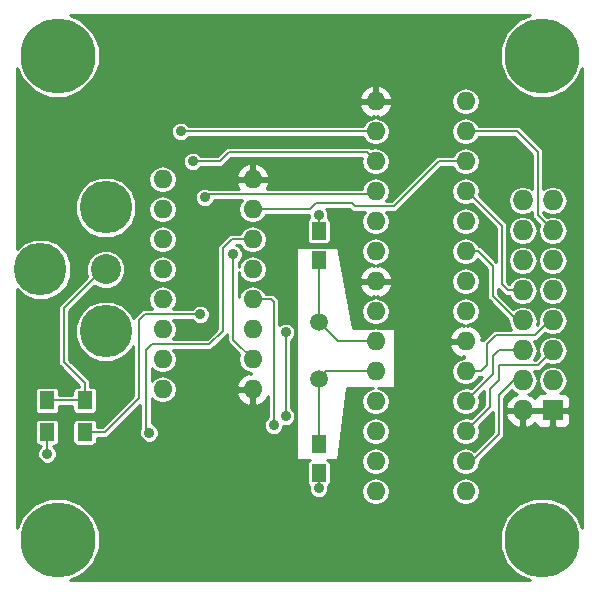
<source format=gtl>
G04 #@! TF.FileFunction,Copper,L1,Top,Signal*
%FSLAX46Y46*%
G04 Gerber Fmt 4.6, Leading zero omitted, Abs format (unit mm)*
G04 Created by KiCad (PCBNEW (after 2015-mar-04 BZR unknown)-product) date 11/9/2016 1:13:21 PM*
%MOMM*%
G01*
G04 APERTURE LIST*
%ADD10C,0.150000*%
%ADD11C,6.350000*%
%ADD12R,1.250000X1.500000*%
%ADD13R,1.727200X1.727200*%
%ADD14O,1.727200X1.727200*%
%ADD15R,1.300000X1.500000*%
%ADD16O,1.600000X1.600000*%
%ADD17C,1.501140*%
%ADD18C,4.445000*%
%ADD19C,2.540000*%
%ADD20C,0.889000*%
%ADD21C,0.203200*%
%ADD22C,0.254000*%
G04 APERTURE END LIST*
D10*
D11*
X200000000Y-125000000D03*
X159000000Y-125000000D03*
X200000000Y-84000000D03*
X159000000Y-84000000D03*
D12*
X181102000Y-101326000D03*
X181102000Y-98826000D03*
X181102000Y-116860000D03*
X181102000Y-119360000D03*
D13*
X200914000Y-114046000D03*
D14*
X198374000Y-114046000D03*
X200914000Y-111506000D03*
X198374000Y-111506000D03*
X200914000Y-108966000D03*
X198374000Y-108966000D03*
X200914000Y-106426000D03*
X198374000Y-106426000D03*
X200914000Y-103886000D03*
X198374000Y-103886000D03*
X200914000Y-101346000D03*
X198374000Y-101346000D03*
X200914000Y-98806000D03*
X198374000Y-98806000D03*
X200914000Y-96266000D03*
X198374000Y-96266000D03*
D15*
X158115000Y-113204000D03*
X158115000Y-115904000D03*
X161290000Y-113204000D03*
X161290000Y-115904000D03*
D16*
X185928000Y-87884000D03*
X185928000Y-90424000D03*
X185928000Y-92964000D03*
X185928000Y-95504000D03*
X185928000Y-98044000D03*
X185928000Y-100584000D03*
X185928000Y-103124000D03*
X185928000Y-105664000D03*
X185928000Y-108204000D03*
X185928000Y-110744000D03*
X185928000Y-113284000D03*
X185928000Y-115824000D03*
X185928000Y-118364000D03*
X185928000Y-120904000D03*
X193548000Y-120904000D03*
X193548000Y-118364000D03*
X193548000Y-115824000D03*
X193548000Y-113284000D03*
X193548000Y-110744000D03*
X193548000Y-108204000D03*
X193548000Y-105664000D03*
X193548000Y-103124000D03*
X193548000Y-100584000D03*
X193548000Y-98044000D03*
X193548000Y-95504000D03*
X193548000Y-92964000D03*
X193548000Y-90424000D03*
X193548000Y-87884000D03*
X167894000Y-94488000D03*
X167894000Y-97028000D03*
X167894000Y-99568000D03*
X167894000Y-102108000D03*
X167894000Y-104648000D03*
X167894000Y-107188000D03*
X167894000Y-109728000D03*
X167894000Y-112268000D03*
X175514000Y-112268000D03*
X175514000Y-109728000D03*
X175514000Y-107188000D03*
X175514000Y-104648000D03*
X175514000Y-102108000D03*
X175514000Y-99568000D03*
X175514000Y-97028000D03*
X175514000Y-94488000D03*
D17*
X181102000Y-111406940D03*
X181102000Y-106525060D03*
D18*
X157556200Y-102108000D03*
X163068000Y-107353100D03*
X163068000Y-96862900D03*
D19*
X163068000Y-102108000D03*
D20*
X181102000Y-97536000D03*
X181102000Y-120650000D03*
X158115000Y-117729000D03*
X171069000Y-105918000D03*
X169418000Y-90424000D03*
X170434000Y-92964000D03*
X171450000Y-96012000D03*
X173863000Y-100838000D03*
X178308000Y-107442000D03*
X178308000Y-114554000D03*
X177292000Y-115316000D03*
X166751000Y-115951000D03*
D21*
X182780940Y-108204000D02*
X181102000Y-106525060D01*
X185928000Y-108204000D02*
X182780940Y-108204000D01*
X181102000Y-101326000D02*
X181102000Y-106525060D01*
X181102000Y-98826000D02*
X181102000Y-97536000D01*
X181102000Y-119360000D02*
X181102000Y-120650000D01*
X181102000Y-111406940D02*
X181102000Y-116860000D01*
X181764940Y-110744000D02*
X181102000Y-111406940D01*
X185928000Y-110744000D02*
X181764940Y-110744000D01*
X194056000Y-118364000D02*
X193548000Y-118364000D01*
X196342000Y-116078000D02*
X194056000Y-118364000D01*
X196342000Y-112776000D02*
X196342000Y-116078000D01*
X197612000Y-111506000D02*
X196342000Y-112776000D01*
X198374000Y-111506000D02*
X197612000Y-111506000D01*
X199644000Y-110236000D02*
X197866000Y-110236000D01*
X197866000Y-110236000D02*
X196342000Y-110236000D01*
X196342000Y-110236000D02*
X196342000Y-111506000D01*
X196342000Y-111506000D02*
X195580000Y-112268000D01*
X195580000Y-112268000D02*
X195580000Y-113792000D01*
X195580000Y-113792000D02*
X193548000Y-115824000D01*
X200914000Y-108966000D02*
X199644000Y-110236000D01*
X196342000Y-108966000D02*
X195834000Y-109474000D01*
X195834000Y-109474000D02*
X195834000Y-110998000D01*
X195834000Y-110998000D02*
X193548000Y-113284000D01*
X198374000Y-108966000D02*
X196342000Y-108966000D01*
X194818000Y-110744000D02*
X193548000Y-110744000D01*
X195326000Y-110236000D02*
X194818000Y-110744000D01*
X195326000Y-108458000D02*
X195326000Y-110236000D01*
X196088000Y-107696000D02*
X195326000Y-108458000D01*
X199390000Y-107696000D02*
X196088000Y-107696000D01*
X200660000Y-106426000D02*
X199390000Y-107696000D01*
X200914000Y-106426000D02*
X200660000Y-106426000D01*
X194564000Y-100584000D02*
X193548000Y-100584000D01*
X195834000Y-101854000D02*
X194564000Y-100584000D01*
X195834000Y-104394000D02*
X195834000Y-101854000D01*
X197866000Y-106426000D02*
X195834000Y-104394000D01*
X198374000Y-106426000D02*
X197866000Y-106426000D01*
X193548000Y-95504000D02*
X193675000Y-95504000D01*
X193675000Y-95504000D02*
X196596000Y-98425000D01*
X196596000Y-98425000D02*
X196596000Y-101727000D01*
X197104000Y-103886000D02*
X196596000Y-103378000D01*
X196596000Y-103378000D02*
X196596000Y-101727000D01*
X198374000Y-103886000D02*
X197104000Y-103886000D01*
X199644000Y-97536000D02*
X199644000Y-92202000D01*
X199644000Y-92202000D02*
X197866000Y-90424000D01*
X197866000Y-90424000D02*
X193548000Y-90424000D01*
X200914000Y-98806000D02*
X199644000Y-97536000D01*
X158115000Y-113204000D02*
X161290000Y-113204000D01*
X161290000Y-111760000D02*
X161290000Y-113204000D01*
X159512000Y-109982000D02*
X161290000Y-111760000D01*
X159512000Y-105410000D02*
X159512000Y-109982000D01*
X162814000Y-102108000D02*
X159512000Y-105410000D01*
X163068000Y-102108000D02*
X162814000Y-102108000D01*
X158115000Y-117729000D02*
X158115000Y-115904000D01*
X162988000Y-115904000D02*
X161290000Y-115904000D01*
X161290000Y-115904000D02*
X161290000Y-116586000D01*
X171069000Y-105918000D02*
X169545000Y-105918000D01*
X162988000Y-115904000D02*
X161290000Y-115904000D01*
X166370000Y-105918000D02*
X165862000Y-106426000D01*
X165862000Y-106426000D02*
X165862000Y-113030000D01*
X165862000Y-113030000D02*
X162988000Y-115904000D01*
X169545000Y-105918000D02*
X166370000Y-105918000D01*
X169418000Y-90424000D02*
X185928000Y-90424000D01*
X167894000Y-97028000D02*
X168148000Y-97028000D01*
X167894000Y-99568000D02*
X168148000Y-99568000D01*
X172720000Y-92964000D02*
X173482000Y-92202000D01*
X173482000Y-92202000D02*
X185166000Y-92202000D01*
X185166000Y-92202000D02*
X185928000Y-92964000D01*
X170434000Y-92964000D02*
X172720000Y-92964000D01*
X185674000Y-95758000D02*
X185928000Y-95504000D01*
X171450000Y-96012000D02*
X171704000Y-95758000D01*
X171704000Y-95758000D02*
X185674000Y-95758000D01*
X167894000Y-102108000D02*
X168148000Y-102108000D01*
X167894000Y-104648000D02*
X168656000Y-104648000D01*
X173863000Y-100838000D02*
X173863000Y-106680000D01*
X173863000Y-108077000D02*
X175514000Y-109728000D01*
X173863000Y-106680000D02*
X173863000Y-108077000D01*
X178308000Y-107442000D02*
X178308000Y-114554000D01*
X177292000Y-115316000D02*
X177292000Y-104902000D01*
X177292000Y-104902000D02*
X177038000Y-104648000D01*
X177038000Y-104648000D02*
X175514000Y-104648000D01*
X175260000Y-99568000D02*
X175514000Y-99568000D01*
X173736000Y-99568000D02*
X172974000Y-100330000D01*
X172974000Y-100330000D02*
X172974000Y-106680000D01*
X175514000Y-99568000D02*
X173736000Y-99568000D01*
X172974000Y-107315000D02*
X171831000Y-108458000D01*
X171831000Y-108458000D02*
X167005000Y-108458000D01*
X167005000Y-108458000D02*
X166497000Y-108966000D01*
X166497000Y-108966000D02*
X166497000Y-115697000D01*
X166497000Y-115697000D02*
X166751000Y-115951000D01*
X172974000Y-106680000D02*
X172974000Y-107315000D01*
X180340000Y-97028000D02*
X180848000Y-96520000D01*
X180848000Y-96520000D02*
X183896000Y-96520000D01*
X183896000Y-96520000D02*
X184150000Y-96774000D01*
X184150000Y-96774000D02*
X187452000Y-96774000D01*
X187452000Y-96774000D02*
X191262000Y-92964000D01*
X191262000Y-92964000D02*
X193548000Y-92964000D01*
X175514000Y-97028000D02*
X180340000Y-97028000D01*
D22*
G36*
X203428500Y-123985706D02*
X203016388Y-122988319D01*
X202412600Y-122383476D01*
X202412600Y-115035910D01*
X202412600Y-114783291D01*
X202412600Y-114331750D01*
X202412600Y-113760250D01*
X202412600Y-113308709D01*
X202412600Y-113056090D01*
X202315927Y-112822701D01*
X202137298Y-112644073D01*
X201903909Y-112547400D01*
X201576992Y-112547400D01*
X201818448Y-112386065D01*
X202088243Y-111982288D01*
X202182983Y-111506000D01*
X202088243Y-111029712D01*
X201818448Y-110625935D01*
X201414671Y-110356140D01*
X200938383Y-110261400D01*
X200889617Y-110261400D01*
X200413329Y-110356140D01*
X200009552Y-110625935D01*
X199739757Y-111029712D01*
X199645017Y-111506000D01*
X199739757Y-111982288D01*
X200009552Y-112386065D01*
X200251007Y-112547400D01*
X199924091Y-112547400D01*
X199690702Y-112644073D01*
X199512073Y-112822701D01*
X199429471Y-113022119D01*
X199262490Y-112839179D01*
X198872338Y-112656323D01*
X198874671Y-112655860D01*
X199278448Y-112386065D01*
X199548243Y-111982288D01*
X199642983Y-111506000D01*
X199548243Y-111029712D01*
X199340364Y-110718600D01*
X199644000Y-110718600D01*
X199828683Y-110681864D01*
X199985250Y-110577250D01*
X200441113Y-110121386D01*
X200889617Y-110210600D01*
X200938383Y-110210600D01*
X201414671Y-110115860D01*
X201818448Y-109846065D01*
X202088243Y-109442288D01*
X202182983Y-108966000D01*
X202088243Y-108489712D01*
X201818448Y-108085935D01*
X201414671Y-107816140D01*
X200938383Y-107721400D01*
X200889617Y-107721400D01*
X200413329Y-107816140D01*
X200009552Y-108085935D01*
X199739757Y-108489712D01*
X199645017Y-108966000D01*
X199739757Y-109442288D01*
X199745947Y-109451552D01*
X199444100Y-109753400D01*
X199340364Y-109753400D01*
X199548243Y-109442288D01*
X199642983Y-108966000D01*
X199548243Y-108489712D01*
X199340364Y-108178600D01*
X199390000Y-108178600D01*
X199574683Y-108141864D01*
X199731250Y-108037250D01*
X200281035Y-107487464D01*
X200413329Y-107575860D01*
X200889617Y-107670600D01*
X200938383Y-107670600D01*
X201414671Y-107575860D01*
X201818448Y-107306065D01*
X202088243Y-106902288D01*
X202182983Y-106426000D01*
X202182983Y-103886000D01*
X202182983Y-101346000D01*
X202182983Y-98806000D01*
X202088243Y-98329712D01*
X201818448Y-97925935D01*
X201414671Y-97656140D01*
X200938383Y-97561400D01*
X200889617Y-97561400D01*
X200441113Y-97650613D01*
X200126600Y-97336100D01*
X200126600Y-97224273D01*
X200413329Y-97415860D01*
X200889617Y-97510600D01*
X200938383Y-97510600D01*
X201414671Y-97415860D01*
X201818448Y-97146065D01*
X202088243Y-96742288D01*
X202182983Y-96266000D01*
X202088243Y-95789712D01*
X201818448Y-95385935D01*
X201414671Y-95116140D01*
X200938383Y-95021400D01*
X200889617Y-95021400D01*
X200413329Y-95116140D01*
X200126600Y-95307726D01*
X200126600Y-92202005D01*
X200126600Y-92202000D01*
X200126601Y-92202000D01*
X200089864Y-92017317D01*
X199985250Y-91860750D01*
X198207250Y-90082750D01*
X198050683Y-89978136D01*
X197866000Y-89941400D01*
X194752137Y-89941400D01*
X194752137Y-87884000D01*
X194662239Y-87432051D01*
X194406230Y-87048907D01*
X194023086Y-86792898D01*
X193571137Y-86703000D01*
X193524863Y-86703000D01*
X193072914Y-86792898D01*
X192689770Y-87048907D01*
X192433761Y-87432051D01*
X192343863Y-87884000D01*
X192433761Y-88335949D01*
X192689770Y-88719093D01*
X193072914Y-88975102D01*
X193524863Y-89065000D01*
X193571137Y-89065000D01*
X194023086Y-88975102D01*
X194406230Y-88719093D01*
X194662239Y-88335949D01*
X194752137Y-87884000D01*
X194752137Y-89941400D01*
X194641758Y-89941400D01*
X194406230Y-89588907D01*
X194023086Y-89332898D01*
X193571137Y-89243000D01*
X193524863Y-89243000D01*
X193072914Y-89332898D01*
X192689770Y-89588907D01*
X192433761Y-89972051D01*
X192343863Y-90424000D01*
X192433761Y-90875949D01*
X192689770Y-91259093D01*
X193072914Y-91515102D01*
X193524863Y-91605000D01*
X193571137Y-91605000D01*
X194023086Y-91515102D01*
X194406230Y-91259093D01*
X194641758Y-90906600D01*
X197666100Y-90906600D01*
X199161400Y-92401900D01*
X199161400Y-95307726D01*
X198874671Y-95116140D01*
X198398383Y-95021400D01*
X198349617Y-95021400D01*
X197873329Y-95116140D01*
X197469552Y-95385935D01*
X197199757Y-95789712D01*
X197105017Y-96266000D01*
X197199757Y-96742288D01*
X197469552Y-97146065D01*
X197873329Y-97415860D01*
X198349617Y-97510600D01*
X198398383Y-97510600D01*
X198874671Y-97415860D01*
X199161400Y-97224273D01*
X199161400Y-97536000D01*
X199198136Y-97720683D01*
X199302750Y-97877250D01*
X199745947Y-98320447D01*
X199739757Y-98329712D01*
X199645017Y-98806000D01*
X199739757Y-99282288D01*
X200009552Y-99686065D01*
X200413329Y-99955860D01*
X200889617Y-100050600D01*
X200938383Y-100050600D01*
X201414671Y-99955860D01*
X201818448Y-99686065D01*
X202088243Y-99282288D01*
X202182983Y-98806000D01*
X202182983Y-101346000D01*
X202088243Y-100869712D01*
X201818448Y-100465935D01*
X201414671Y-100196140D01*
X200938383Y-100101400D01*
X200889617Y-100101400D01*
X200413329Y-100196140D01*
X200009552Y-100465935D01*
X199739757Y-100869712D01*
X199645017Y-101346000D01*
X199739757Y-101822288D01*
X200009552Y-102226065D01*
X200413329Y-102495860D01*
X200889617Y-102590600D01*
X200938383Y-102590600D01*
X201414671Y-102495860D01*
X201818448Y-102226065D01*
X202088243Y-101822288D01*
X202182983Y-101346000D01*
X202182983Y-103886000D01*
X202088243Y-103409712D01*
X201818448Y-103005935D01*
X201414671Y-102736140D01*
X200938383Y-102641400D01*
X200889617Y-102641400D01*
X200413329Y-102736140D01*
X200009552Y-103005935D01*
X199739757Y-103409712D01*
X199645017Y-103886000D01*
X199739757Y-104362288D01*
X200009552Y-104766065D01*
X200413329Y-105035860D01*
X200889617Y-105130600D01*
X200938383Y-105130600D01*
X201414671Y-105035860D01*
X201818448Y-104766065D01*
X202088243Y-104362288D01*
X202182983Y-103886000D01*
X202182983Y-106426000D01*
X202088243Y-105949712D01*
X201818448Y-105545935D01*
X201414671Y-105276140D01*
X200938383Y-105181400D01*
X200889617Y-105181400D01*
X200413329Y-105276140D01*
X200009552Y-105545935D01*
X199739757Y-105949712D01*
X199645017Y-106426000D01*
X199700179Y-106703320D01*
X199559920Y-106843579D01*
X199642983Y-106426000D01*
X199548243Y-105949712D01*
X199278448Y-105545935D01*
X198874671Y-105276140D01*
X198398383Y-105181400D01*
X198349617Y-105181400D01*
X197873329Y-105276140D01*
X197588773Y-105466273D01*
X196316600Y-104194100D01*
X196316600Y-103781099D01*
X196762747Y-104227246D01*
X196762750Y-104227250D01*
X196919317Y-104331864D01*
X197104000Y-104368600D01*
X197203974Y-104368600D01*
X197469552Y-104766065D01*
X197873329Y-105035860D01*
X198349617Y-105130600D01*
X198398383Y-105130600D01*
X198874671Y-105035860D01*
X199278448Y-104766065D01*
X199548243Y-104362288D01*
X199642983Y-103886000D01*
X199642983Y-101346000D01*
X199642983Y-98806000D01*
X199548243Y-98329712D01*
X199278448Y-97925935D01*
X198874671Y-97656140D01*
X198398383Y-97561400D01*
X198349617Y-97561400D01*
X197873329Y-97656140D01*
X197469552Y-97925935D01*
X197199757Y-98329712D01*
X197105017Y-98806000D01*
X197199757Y-99282288D01*
X197469552Y-99686065D01*
X197873329Y-99955860D01*
X198349617Y-100050600D01*
X198398383Y-100050600D01*
X198874671Y-99955860D01*
X199278448Y-99686065D01*
X199548243Y-99282288D01*
X199642983Y-98806000D01*
X199642983Y-101346000D01*
X199548243Y-100869712D01*
X199278448Y-100465935D01*
X198874671Y-100196140D01*
X198398383Y-100101400D01*
X198349617Y-100101400D01*
X197873329Y-100196140D01*
X197469552Y-100465935D01*
X197199757Y-100869712D01*
X197105017Y-101346000D01*
X197199757Y-101822288D01*
X197469552Y-102226065D01*
X197873329Y-102495860D01*
X198349617Y-102590600D01*
X198398383Y-102590600D01*
X198874671Y-102495860D01*
X199278448Y-102226065D01*
X199548243Y-101822288D01*
X199642983Y-101346000D01*
X199642983Y-103886000D01*
X199548243Y-103409712D01*
X199278448Y-103005935D01*
X198874671Y-102736140D01*
X198398383Y-102641400D01*
X198349617Y-102641400D01*
X197873329Y-102736140D01*
X197469552Y-103005935D01*
X197243998Y-103343499D01*
X197078600Y-103178100D01*
X197078600Y-101727000D01*
X197078600Y-98425005D01*
X197078600Y-98425000D01*
X197078601Y-98425000D01*
X197041864Y-98240317D01*
X196937250Y-98083750D01*
X194686662Y-95833162D01*
X194752137Y-95504000D01*
X194752137Y-92964000D01*
X194662239Y-92512051D01*
X194406230Y-92128907D01*
X194023086Y-91872898D01*
X193571137Y-91783000D01*
X193524863Y-91783000D01*
X193072914Y-91872898D01*
X192689770Y-92128907D01*
X192454241Y-92481400D01*
X191262005Y-92481400D01*
X191262000Y-92481399D01*
X191077317Y-92518136D01*
X190920750Y-92622750D01*
X187319904Y-96223596D01*
X187319904Y-88233039D01*
X187319904Y-87534961D01*
X187159041Y-87146577D01*
X186783134Y-86731611D01*
X186277041Y-86492086D01*
X186055000Y-86613371D01*
X186055000Y-87757000D01*
X187197915Y-87757000D01*
X187319904Y-87534961D01*
X187319904Y-88233039D01*
X187197915Y-88011000D01*
X186055000Y-88011000D01*
X186055000Y-88031000D01*
X185801000Y-88031000D01*
X185801000Y-88011000D01*
X185801000Y-87757000D01*
X185801000Y-86613371D01*
X185578959Y-86492086D01*
X185072866Y-86731611D01*
X184696959Y-87146577D01*
X184536096Y-87534961D01*
X184658085Y-87757000D01*
X185801000Y-87757000D01*
X185801000Y-88011000D01*
X184658085Y-88011000D01*
X184536096Y-88233039D01*
X184696959Y-88621423D01*
X185072866Y-89036389D01*
X185578959Y-89275914D01*
X185800998Y-89154630D01*
X185800998Y-89263659D01*
X185452914Y-89332898D01*
X185069770Y-89588907D01*
X184834241Y-89941400D01*
X170102658Y-89941400D01*
X169886219Y-89724583D01*
X169582923Y-89598643D01*
X169254518Y-89598357D01*
X168951002Y-89723767D01*
X168718583Y-89955781D01*
X168592643Y-90259077D01*
X168592357Y-90587482D01*
X168717767Y-90890998D01*
X168949781Y-91123417D01*
X169253077Y-91249357D01*
X169581482Y-91249643D01*
X169884998Y-91124233D01*
X170103010Y-90906600D01*
X184834241Y-90906600D01*
X185069770Y-91259093D01*
X185452914Y-91515102D01*
X185904863Y-91605000D01*
X185951137Y-91605000D01*
X186403086Y-91515102D01*
X186786230Y-91259093D01*
X187042239Y-90875949D01*
X187132137Y-90424000D01*
X187042239Y-89972051D01*
X186786230Y-89588907D01*
X186403086Y-89332898D01*
X186055002Y-89263659D01*
X186055002Y-89154630D01*
X186277041Y-89275914D01*
X186783134Y-89036389D01*
X187159041Y-88621423D01*
X187319904Y-88233039D01*
X187319904Y-96223596D01*
X187252100Y-96291400D01*
X186818097Y-96291400D01*
X187042239Y-95955949D01*
X187132137Y-95504000D01*
X187132137Y-92964000D01*
X187042239Y-92512051D01*
X186786230Y-92128907D01*
X186403086Y-91872898D01*
X185951137Y-91783000D01*
X185904863Y-91783000D01*
X185508367Y-91861867D01*
X185507250Y-91860750D01*
X185350683Y-91756136D01*
X185166000Y-91719400D01*
X173482005Y-91719400D01*
X173482000Y-91719399D01*
X173297317Y-91756136D01*
X173140750Y-91860750D01*
X172520100Y-92481400D01*
X171118658Y-92481400D01*
X170902219Y-92264583D01*
X170598923Y-92138643D01*
X170270518Y-92138357D01*
X169967002Y-92263767D01*
X169734583Y-92495781D01*
X169608643Y-92799077D01*
X169608357Y-93127482D01*
X169733767Y-93430998D01*
X169965781Y-93663417D01*
X170269077Y-93789357D01*
X170597482Y-93789643D01*
X170900998Y-93664233D01*
X171119010Y-93446600D01*
X172720000Y-93446600D01*
X172904683Y-93409864D01*
X173061250Y-93305250D01*
X173681900Y-92684600D01*
X184779438Y-92684600D01*
X184723863Y-92964000D01*
X184813761Y-93415949D01*
X185069770Y-93799093D01*
X185452914Y-94055102D01*
X185904863Y-94145000D01*
X185951137Y-94145000D01*
X186403086Y-94055102D01*
X186786230Y-93799093D01*
X187042239Y-93415949D01*
X187132137Y-92964000D01*
X187132137Y-95504000D01*
X187042239Y-95052051D01*
X186786230Y-94668907D01*
X186403086Y-94412898D01*
X185951137Y-94323000D01*
X185904863Y-94323000D01*
X185452914Y-94412898D01*
X185069770Y-94668907D01*
X184813761Y-95052051D01*
X184769334Y-95275400D01*
X176699768Y-95275400D01*
X176745041Y-95225423D01*
X176905904Y-94837039D01*
X176905904Y-94138961D01*
X176745041Y-93750577D01*
X176369134Y-93335611D01*
X175863041Y-93096086D01*
X175641000Y-93217371D01*
X175641000Y-94361000D01*
X176783915Y-94361000D01*
X176905904Y-94138961D01*
X176905904Y-94837039D01*
X176783915Y-94615000D01*
X175641000Y-94615000D01*
X175641000Y-94635000D01*
X175387000Y-94635000D01*
X175387000Y-94615000D01*
X175387000Y-94361000D01*
X175387000Y-93217371D01*
X175164959Y-93096086D01*
X174658866Y-93335611D01*
X174282959Y-93750577D01*
X174122096Y-94138961D01*
X174244085Y-94361000D01*
X175387000Y-94361000D01*
X175387000Y-94615000D01*
X174244085Y-94615000D01*
X174122096Y-94837039D01*
X174282959Y-95225423D01*
X174328231Y-95275400D01*
X171828672Y-95275400D01*
X171614923Y-95186643D01*
X171286518Y-95186357D01*
X170983002Y-95311767D01*
X170750583Y-95543781D01*
X170624643Y-95847077D01*
X170624357Y-96175482D01*
X170749767Y-96478998D01*
X170981781Y-96711417D01*
X171285077Y-96837357D01*
X171613482Y-96837643D01*
X171916998Y-96712233D01*
X172149417Y-96480219D01*
X172248915Y-96240600D01*
X174623902Y-96240600D01*
X174399761Y-96576051D01*
X174309863Y-97028000D01*
X174399761Y-97479949D01*
X174655770Y-97863093D01*
X175038914Y-98119102D01*
X175490863Y-98209000D01*
X175537137Y-98209000D01*
X175989086Y-98119102D01*
X176372230Y-97863093D01*
X176607758Y-97510600D01*
X180276521Y-97510600D01*
X180276357Y-97699482D01*
X180293454Y-97740862D01*
X180204044Y-97799596D01*
X180118574Y-97926216D01*
X180088536Y-98076000D01*
X180088536Y-99576000D01*
X180116722Y-99721274D01*
X180200596Y-99848956D01*
X180327216Y-99934426D01*
X180477000Y-99964464D01*
X181727000Y-99964464D01*
X181872274Y-99936278D01*
X181999956Y-99852404D01*
X182085426Y-99725784D01*
X182115464Y-99576000D01*
X182115464Y-98076000D01*
X182087278Y-97930726D01*
X182003404Y-97803044D01*
X181910884Y-97740592D01*
X181927357Y-97700923D01*
X181927643Y-97372518D01*
X181802233Y-97069002D01*
X181735946Y-97002600D01*
X183696100Y-97002600D01*
X183808750Y-97115250D01*
X183965317Y-97219864D01*
X184150000Y-97256600D01*
X185037902Y-97256600D01*
X184813761Y-97592051D01*
X184723863Y-98044000D01*
X184813761Y-98495949D01*
X185069770Y-98879093D01*
X185452914Y-99135102D01*
X185904863Y-99225000D01*
X185951137Y-99225000D01*
X186403086Y-99135102D01*
X186786230Y-98879093D01*
X187042239Y-98495949D01*
X187132137Y-98044000D01*
X187042239Y-97592051D01*
X186818097Y-97256600D01*
X187452000Y-97256600D01*
X187636683Y-97219864D01*
X187793250Y-97115250D01*
X191461900Y-93446600D01*
X192454241Y-93446600D01*
X192689770Y-93799093D01*
X193072914Y-94055102D01*
X193524863Y-94145000D01*
X193571137Y-94145000D01*
X194023086Y-94055102D01*
X194406230Y-93799093D01*
X194662239Y-93415949D01*
X194752137Y-92964000D01*
X194752137Y-95504000D01*
X194662239Y-95052051D01*
X194406230Y-94668907D01*
X194023086Y-94412898D01*
X193571137Y-94323000D01*
X193524863Y-94323000D01*
X193072914Y-94412898D01*
X192689770Y-94668907D01*
X192433761Y-95052051D01*
X192343863Y-95504000D01*
X192433761Y-95955949D01*
X192689770Y-96339093D01*
X193072914Y-96595102D01*
X193524863Y-96685000D01*
X193571137Y-96685000D01*
X194023086Y-96595102D01*
X194059362Y-96570862D01*
X196113400Y-98624900D01*
X196113400Y-101450900D01*
X194905250Y-100242750D01*
X194752137Y-100140443D01*
X194752137Y-98044000D01*
X194662239Y-97592051D01*
X194406230Y-97208907D01*
X194023086Y-96952898D01*
X193571137Y-96863000D01*
X193524863Y-96863000D01*
X193072914Y-96952898D01*
X192689770Y-97208907D01*
X192433761Y-97592051D01*
X192343863Y-98044000D01*
X192433761Y-98495949D01*
X192689770Y-98879093D01*
X193072914Y-99135102D01*
X193524863Y-99225000D01*
X193571137Y-99225000D01*
X194023086Y-99135102D01*
X194406230Y-98879093D01*
X194662239Y-98495949D01*
X194752137Y-98044000D01*
X194752137Y-100140443D01*
X194748683Y-100138136D01*
X194653677Y-100119238D01*
X194406230Y-99748907D01*
X194023086Y-99492898D01*
X193571137Y-99403000D01*
X193524863Y-99403000D01*
X193072914Y-99492898D01*
X192689770Y-99748907D01*
X192433761Y-100132051D01*
X192343863Y-100584000D01*
X192433761Y-101035949D01*
X192689770Y-101419093D01*
X193072914Y-101675102D01*
X193524863Y-101765000D01*
X193571137Y-101765000D01*
X194023086Y-101675102D01*
X194406230Y-101419093D01*
X194530544Y-101233044D01*
X195351400Y-102053900D01*
X195351400Y-104394000D01*
X195388136Y-104578683D01*
X195492750Y-104735250D01*
X197118038Y-106360538D01*
X197105017Y-106426000D01*
X197199757Y-106902288D01*
X197407635Y-107213400D01*
X196088005Y-107213400D01*
X196088000Y-107213399D01*
X195903317Y-107250136D01*
X195746750Y-107354750D01*
X194984750Y-108116750D01*
X194983000Y-108119369D01*
X194983000Y-108076998D01*
X194939904Y-108076998D01*
X194817916Y-108076998D01*
X194939904Y-107854961D01*
X194779041Y-107466577D01*
X194752137Y-107436877D01*
X194403134Y-107051611D01*
X193897041Y-106812086D01*
X193675002Y-106933369D01*
X193675002Y-106824340D01*
X194023086Y-106755102D01*
X194406230Y-106499093D01*
X194662239Y-106115949D01*
X194752137Y-105664000D01*
X194752137Y-103124000D01*
X194662239Y-102672051D01*
X194406230Y-102288907D01*
X194023086Y-102032898D01*
X193571137Y-101943000D01*
X193524863Y-101943000D01*
X193072914Y-102032898D01*
X192689770Y-102288907D01*
X192433761Y-102672051D01*
X192343863Y-103124000D01*
X192433761Y-103575949D01*
X192689770Y-103959093D01*
X193072914Y-104215102D01*
X193524863Y-104305000D01*
X193571137Y-104305000D01*
X194023086Y-104215102D01*
X194406230Y-103959093D01*
X194662239Y-103575949D01*
X194752137Y-103124000D01*
X194752137Y-105664000D01*
X194662239Y-105212051D01*
X194406230Y-104828907D01*
X194023086Y-104572898D01*
X193571137Y-104483000D01*
X193524863Y-104483000D01*
X193072914Y-104572898D01*
X192689770Y-104828907D01*
X192433761Y-105212051D01*
X192343863Y-105664000D01*
X192433761Y-106115949D01*
X192689770Y-106499093D01*
X193072914Y-106755102D01*
X193420998Y-106824340D01*
X193420998Y-106933369D01*
X193198959Y-106812086D01*
X192692866Y-107051611D01*
X192316959Y-107466577D01*
X192156096Y-107854961D01*
X192278085Y-108077000D01*
X193421000Y-108077000D01*
X193421000Y-108057000D01*
X193675000Y-108057000D01*
X193675000Y-108077000D01*
X193695000Y-108077000D01*
X193695000Y-108331000D01*
X193675000Y-108331000D01*
X193675000Y-108351000D01*
X193421000Y-108351000D01*
X193421000Y-108331000D01*
X192278085Y-108331000D01*
X192156096Y-108553039D01*
X192316959Y-108941423D01*
X192692866Y-109356389D01*
X193198959Y-109595914D01*
X193420998Y-109474630D01*
X193420998Y-109583659D01*
X193072914Y-109652898D01*
X192689770Y-109908907D01*
X192433761Y-110292051D01*
X192343863Y-110744000D01*
X192433761Y-111195949D01*
X192689770Y-111579093D01*
X193072914Y-111835102D01*
X193524863Y-111925000D01*
X193571137Y-111925000D01*
X194023086Y-111835102D01*
X194406230Y-111579093D01*
X194641758Y-111226600D01*
X194818000Y-111226600D01*
X194948947Y-111200552D01*
X193967632Y-112181867D01*
X193571137Y-112103000D01*
X193524863Y-112103000D01*
X193072914Y-112192898D01*
X192689770Y-112448907D01*
X192433761Y-112832051D01*
X192343863Y-113284000D01*
X192433761Y-113735949D01*
X192689770Y-114119093D01*
X193072914Y-114375102D01*
X193524863Y-114465000D01*
X193571137Y-114465000D01*
X194023086Y-114375102D01*
X194406230Y-114119093D01*
X194662239Y-113735949D01*
X194752137Y-113284000D01*
X194665592Y-112848907D01*
X195097400Y-112417100D01*
X195097400Y-113592100D01*
X193967632Y-114721867D01*
X193571137Y-114643000D01*
X193524863Y-114643000D01*
X193072914Y-114732898D01*
X192689770Y-114988907D01*
X192433761Y-115372051D01*
X192343863Y-115824000D01*
X192433761Y-116275949D01*
X192689770Y-116659093D01*
X193072914Y-116915102D01*
X193524863Y-117005000D01*
X193571137Y-117005000D01*
X194023086Y-116915102D01*
X194406230Y-116659093D01*
X194662239Y-116275949D01*
X194752137Y-115824000D01*
X194665592Y-115388907D01*
X195859400Y-114195100D01*
X195859400Y-115878100D01*
X194287755Y-117449744D01*
X194023086Y-117272898D01*
X193571137Y-117183000D01*
X193524863Y-117183000D01*
X193072914Y-117272898D01*
X192689770Y-117528907D01*
X192433761Y-117912051D01*
X192343863Y-118364000D01*
X192433761Y-118815949D01*
X192689770Y-119199093D01*
X193072914Y-119455102D01*
X193524863Y-119545000D01*
X193571137Y-119545000D01*
X194023086Y-119455102D01*
X194406230Y-119199093D01*
X194662239Y-118815949D01*
X194752137Y-118364000D01*
X194749874Y-118352625D01*
X196683250Y-116419250D01*
X196787864Y-116262683D01*
X196824600Y-116078000D01*
X196824600Y-112975900D01*
X197447475Y-112353024D01*
X197469552Y-112386065D01*
X197873329Y-112655860D01*
X197875661Y-112656323D01*
X197485510Y-112839179D01*
X197091312Y-113271053D01*
X196919042Y-113686974D01*
X197040183Y-113919000D01*
X198247000Y-113919000D01*
X198247000Y-113899000D01*
X198501000Y-113899000D01*
X198501000Y-113919000D01*
X199574150Y-113919000D01*
X199707817Y-113919000D01*
X200787000Y-113919000D01*
X200787000Y-113899000D01*
X201041000Y-113899000D01*
X201041000Y-113919000D01*
X202253850Y-113919000D01*
X202412600Y-113760250D01*
X202412600Y-114331750D01*
X202253850Y-114173000D01*
X201041000Y-114173000D01*
X201041000Y-115385850D01*
X201199750Y-115544600D01*
X201903909Y-115544600D01*
X202137298Y-115447927D01*
X202315927Y-115269299D01*
X202412600Y-115035910D01*
X202412600Y-122383476D01*
X202016942Y-121987128D01*
X200787000Y-121476411D01*
X200787000Y-115385850D01*
X200787000Y-114173000D01*
X199707817Y-114173000D01*
X199574150Y-114173000D01*
X198501000Y-114173000D01*
X198501000Y-115380469D01*
X198733027Y-115500968D01*
X199262490Y-115252821D01*
X199429471Y-115069880D01*
X199512073Y-115269299D01*
X199690702Y-115447927D01*
X199924091Y-115544600D01*
X200628250Y-115544600D01*
X200787000Y-115385850D01*
X200787000Y-121476411D01*
X200710435Y-121444619D01*
X199295771Y-121443384D01*
X198247000Y-121876727D01*
X198247000Y-115380469D01*
X198247000Y-114173000D01*
X197040183Y-114173000D01*
X196919042Y-114405026D01*
X197091312Y-114820947D01*
X197485510Y-115252821D01*
X198014973Y-115500968D01*
X198247000Y-115380469D01*
X198247000Y-121876727D01*
X197988319Y-121983612D01*
X196987128Y-122983058D01*
X196444619Y-124289565D01*
X196443384Y-125704229D01*
X196983612Y-127011681D01*
X197983058Y-128012872D01*
X198984001Y-128428500D01*
X194752137Y-128428500D01*
X194752137Y-120904000D01*
X194662239Y-120452051D01*
X194406230Y-120068907D01*
X194023086Y-119812898D01*
X193571137Y-119723000D01*
X193524863Y-119723000D01*
X193072914Y-119812898D01*
X192689770Y-120068907D01*
X192433761Y-120452051D01*
X192343863Y-120904000D01*
X192433761Y-121355949D01*
X192689770Y-121739093D01*
X193072914Y-121995102D01*
X193524863Y-122085000D01*
X193571137Y-122085000D01*
X194023086Y-121995102D01*
X194406230Y-121739093D01*
X194662239Y-121355949D01*
X194752137Y-120904000D01*
X194752137Y-128428500D01*
X187579000Y-128428500D01*
X187579000Y-112141000D01*
X187579000Y-107061000D01*
X187319904Y-107061000D01*
X187319904Y-103473039D01*
X187319904Y-102774961D01*
X187159041Y-102386577D01*
X187132137Y-102356877D01*
X186783134Y-101971611D01*
X186277041Y-101732086D01*
X186055002Y-101853369D01*
X186055002Y-101744340D01*
X186403086Y-101675102D01*
X186786230Y-101419093D01*
X187042239Y-101035949D01*
X187132137Y-100584000D01*
X187042239Y-100132051D01*
X186786230Y-99748907D01*
X186403086Y-99492898D01*
X185951137Y-99403000D01*
X185904863Y-99403000D01*
X185452914Y-99492898D01*
X185069770Y-99748907D01*
X184813761Y-100132051D01*
X184723863Y-100584000D01*
X184813761Y-101035949D01*
X185069770Y-101419093D01*
X185452914Y-101675102D01*
X185800998Y-101744340D01*
X185800998Y-101853369D01*
X185578959Y-101732086D01*
X185072866Y-101971611D01*
X184696959Y-102386577D01*
X184536096Y-102774961D01*
X184658085Y-102997000D01*
X185801000Y-102997000D01*
X185801000Y-102977000D01*
X186055000Y-102977000D01*
X186055000Y-102997000D01*
X187197915Y-102997000D01*
X187319904Y-102774961D01*
X187319904Y-103473039D01*
X187197915Y-103251000D01*
X186055000Y-103251000D01*
X186055000Y-103271000D01*
X185801000Y-103271000D01*
X185801000Y-103251000D01*
X184658085Y-103251000D01*
X184536096Y-103473039D01*
X184696959Y-103861423D01*
X185072866Y-104276389D01*
X185578959Y-104515914D01*
X185800998Y-104394630D01*
X185800998Y-104503659D01*
X185452914Y-104572898D01*
X185069770Y-104828907D01*
X184813761Y-105212051D01*
X184723863Y-105664000D01*
X184813761Y-106115949D01*
X185069770Y-106499093D01*
X185452914Y-106755102D01*
X185904863Y-106845000D01*
X185951137Y-106845000D01*
X186403086Y-106755102D01*
X186786230Y-106499093D01*
X187042239Y-106115949D01*
X187132137Y-105664000D01*
X187042239Y-105212051D01*
X186786230Y-104828907D01*
X186403086Y-104572898D01*
X186055002Y-104503659D01*
X186055002Y-104394630D01*
X186277041Y-104515914D01*
X186783134Y-104276389D01*
X187159041Y-103861423D01*
X187319904Y-103473039D01*
X187319904Y-107061000D01*
X187132137Y-107061000D01*
X186142176Y-107061000D01*
X185951137Y-107023000D01*
X185904863Y-107023000D01*
X185713823Y-107061000D01*
X184001641Y-107061000D01*
X182731641Y-100203000D01*
X181804110Y-100203000D01*
X181727000Y-100187536D01*
X180477000Y-100187536D01*
X180397296Y-100203000D01*
X179197000Y-100203000D01*
X179197000Y-118237000D01*
X180397296Y-118237000D01*
X180331726Y-118249722D01*
X180204044Y-118333596D01*
X180118574Y-118460216D01*
X180088536Y-118610000D01*
X180088536Y-120110000D01*
X180116722Y-120255274D01*
X180200596Y-120382956D01*
X180293115Y-120445407D01*
X180276643Y-120485077D01*
X180276357Y-120813482D01*
X180401767Y-121116998D01*
X180633781Y-121349417D01*
X180937077Y-121475357D01*
X181265482Y-121475643D01*
X181568998Y-121350233D01*
X181801417Y-121118219D01*
X181927357Y-120814923D01*
X181927643Y-120486518D01*
X181910545Y-120445137D01*
X181999956Y-120386404D01*
X182085426Y-120259784D01*
X182115464Y-120110000D01*
X182115464Y-118610000D01*
X182087278Y-118464726D01*
X182003404Y-118337044D01*
X181876784Y-118251574D01*
X181804110Y-118237000D01*
X182738113Y-118237000D01*
X183500113Y-112141000D01*
X185713823Y-112141000D01*
X185452914Y-112192898D01*
X185069770Y-112448907D01*
X184813761Y-112832051D01*
X184723863Y-113284000D01*
X184813761Y-113735949D01*
X185069770Y-114119093D01*
X185452914Y-114375102D01*
X185904863Y-114465000D01*
X185951137Y-114465000D01*
X186403086Y-114375102D01*
X186786230Y-114119093D01*
X187042239Y-113735949D01*
X187132137Y-113284000D01*
X187042239Y-112832051D01*
X186786230Y-112448907D01*
X186403086Y-112192898D01*
X186142176Y-112141000D01*
X187579000Y-112141000D01*
X187579000Y-128428500D01*
X187132137Y-128428500D01*
X187132137Y-120904000D01*
X187132137Y-118364000D01*
X187132137Y-115824000D01*
X187042239Y-115372051D01*
X186786230Y-114988907D01*
X186403086Y-114732898D01*
X185951137Y-114643000D01*
X185904863Y-114643000D01*
X185452914Y-114732898D01*
X185069770Y-114988907D01*
X184813761Y-115372051D01*
X184723863Y-115824000D01*
X184813761Y-116275949D01*
X185069770Y-116659093D01*
X185452914Y-116915102D01*
X185904863Y-117005000D01*
X185951137Y-117005000D01*
X186403086Y-116915102D01*
X186786230Y-116659093D01*
X187042239Y-116275949D01*
X187132137Y-115824000D01*
X187132137Y-118364000D01*
X187042239Y-117912051D01*
X186786230Y-117528907D01*
X186403086Y-117272898D01*
X185951137Y-117183000D01*
X185904863Y-117183000D01*
X185452914Y-117272898D01*
X185069770Y-117528907D01*
X184813761Y-117912051D01*
X184723863Y-118364000D01*
X184813761Y-118815949D01*
X185069770Y-119199093D01*
X185452914Y-119455102D01*
X185904863Y-119545000D01*
X185951137Y-119545000D01*
X186403086Y-119455102D01*
X186786230Y-119199093D01*
X187042239Y-118815949D01*
X187132137Y-118364000D01*
X187132137Y-120904000D01*
X187042239Y-120452051D01*
X186786230Y-120068907D01*
X186403086Y-119812898D01*
X185951137Y-119723000D01*
X185904863Y-119723000D01*
X185452914Y-119812898D01*
X185069770Y-120068907D01*
X184813761Y-120452051D01*
X184723863Y-120904000D01*
X184813761Y-121355949D01*
X185069770Y-121739093D01*
X185452914Y-121995102D01*
X185904863Y-122085000D01*
X185951137Y-122085000D01*
X186403086Y-121995102D01*
X186786230Y-121739093D01*
X187042239Y-121355949D01*
X187132137Y-120904000D01*
X187132137Y-128428500D01*
X179133643Y-128428500D01*
X179133643Y-114390518D01*
X179008233Y-114087002D01*
X178790600Y-113868989D01*
X178790600Y-108126658D01*
X179007417Y-107910219D01*
X179133357Y-107606923D01*
X179133643Y-107278518D01*
X179008233Y-106975002D01*
X178776219Y-106742583D01*
X178472923Y-106616643D01*
X178144518Y-106616357D01*
X177841002Y-106741767D01*
X177774600Y-106808053D01*
X177774600Y-104902000D01*
X177737864Y-104717317D01*
X177633250Y-104560750D01*
X177379250Y-104306750D01*
X177222683Y-104202136D01*
X177038000Y-104165400D01*
X176607758Y-104165400D01*
X176372230Y-103812907D01*
X175989086Y-103556898D01*
X175537137Y-103467000D01*
X175490863Y-103467000D01*
X175038914Y-103556898D01*
X174655770Y-103812907D01*
X174399761Y-104196051D01*
X174345600Y-104468337D01*
X174345600Y-102287662D01*
X174399761Y-102559949D01*
X174655770Y-102943093D01*
X175038914Y-103199102D01*
X175490863Y-103289000D01*
X175537137Y-103289000D01*
X175989086Y-103199102D01*
X176372230Y-102943093D01*
X176628239Y-102559949D01*
X176718137Y-102108000D01*
X176628239Y-101656051D01*
X176372230Y-101272907D01*
X175989086Y-101016898D01*
X175537137Y-100927000D01*
X175490863Y-100927000D01*
X175038914Y-101016898D01*
X174655770Y-101272907D01*
X174399761Y-101656051D01*
X174345600Y-101928337D01*
X174345600Y-101522658D01*
X174562417Y-101306219D01*
X174688357Y-101002923D01*
X174688643Y-100674518D01*
X174563233Y-100371002D01*
X174331219Y-100138583D01*
X174119333Y-100050600D01*
X174420241Y-100050600D01*
X174655770Y-100403093D01*
X175038914Y-100659102D01*
X175490863Y-100749000D01*
X175537137Y-100749000D01*
X175989086Y-100659102D01*
X176372230Y-100403093D01*
X176628239Y-100019949D01*
X176718137Y-99568000D01*
X176628239Y-99116051D01*
X176372230Y-98732907D01*
X175989086Y-98476898D01*
X175537137Y-98387000D01*
X175490863Y-98387000D01*
X175038914Y-98476898D01*
X174655770Y-98732907D01*
X174420241Y-99085400D01*
X173736005Y-99085400D01*
X173736000Y-99085399D01*
X173551317Y-99122136D01*
X173394750Y-99226750D01*
X172632750Y-99988750D01*
X172528136Y-100145317D01*
X172491400Y-100330000D01*
X172491400Y-106680000D01*
X172491400Y-107115100D01*
X171631100Y-107975400D01*
X168784097Y-107975400D01*
X169008239Y-107639949D01*
X169098137Y-107188000D01*
X169008239Y-106736051D01*
X168784097Y-106400600D01*
X169545000Y-106400600D01*
X170384341Y-106400600D01*
X170600781Y-106617417D01*
X170904077Y-106743357D01*
X171232482Y-106743643D01*
X171535998Y-106618233D01*
X171768417Y-106386219D01*
X171894357Y-106082923D01*
X171894643Y-105754518D01*
X171769233Y-105451002D01*
X171537219Y-105218583D01*
X171233923Y-105092643D01*
X170905518Y-105092357D01*
X170602002Y-105217767D01*
X170383989Y-105435400D01*
X169545000Y-105435400D01*
X168784097Y-105435400D01*
X169008239Y-105099949D01*
X169044249Y-104918909D01*
X169101864Y-104832683D01*
X169138600Y-104648000D01*
X169101864Y-104463317D01*
X169098137Y-104457739D01*
X169098137Y-102108000D01*
X169098137Y-99568000D01*
X169098137Y-97028000D01*
X169098137Y-94488000D01*
X169008239Y-94036051D01*
X168752230Y-93652907D01*
X168369086Y-93396898D01*
X167917137Y-93307000D01*
X167870863Y-93307000D01*
X167418914Y-93396898D01*
X167035770Y-93652907D01*
X166779761Y-94036051D01*
X166689863Y-94488000D01*
X166779761Y-94939949D01*
X167035770Y-95323093D01*
X167418914Y-95579102D01*
X167870863Y-95669000D01*
X167917137Y-95669000D01*
X168369086Y-95579102D01*
X168752230Y-95323093D01*
X169008239Y-94939949D01*
X169098137Y-94488000D01*
X169098137Y-97028000D01*
X169008239Y-96576051D01*
X168752230Y-96192907D01*
X168369086Y-95936898D01*
X167917137Y-95847000D01*
X167870863Y-95847000D01*
X167418914Y-95936898D01*
X167035770Y-96192907D01*
X166779761Y-96576051D01*
X166689863Y-97028000D01*
X166779761Y-97479949D01*
X167035770Y-97863093D01*
X167418914Y-98119102D01*
X167870863Y-98209000D01*
X167917137Y-98209000D01*
X168369086Y-98119102D01*
X168752230Y-97863093D01*
X169008239Y-97479949D01*
X169098137Y-97028000D01*
X169098137Y-99568000D01*
X169008239Y-99116051D01*
X168752230Y-98732907D01*
X168369086Y-98476898D01*
X167917137Y-98387000D01*
X167870863Y-98387000D01*
X167418914Y-98476898D01*
X167035770Y-98732907D01*
X166779761Y-99116051D01*
X166689863Y-99568000D01*
X166779761Y-100019949D01*
X167035770Y-100403093D01*
X167418914Y-100659102D01*
X167870863Y-100749000D01*
X167917137Y-100749000D01*
X168369086Y-100659102D01*
X168752230Y-100403093D01*
X169008239Y-100019949D01*
X169098137Y-99568000D01*
X169098137Y-102108000D01*
X169008239Y-101656051D01*
X168752230Y-101272907D01*
X168369086Y-101016898D01*
X167917137Y-100927000D01*
X167870863Y-100927000D01*
X167418914Y-101016898D01*
X167035770Y-101272907D01*
X166779761Y-101656051D01*
X166689863Y-102108000D01*
X166779761Y-102559949D01*
X167035770Y-102943093D01*
X167418914Y-103199102D01*
X167870863Y-103289000D01*
X167917137Y-103289000D01*
X168369086Y-103199102D01*
X168752230Y-102943093D01*
X169008239Y-102559949D01*
X169098137Y-102108000D01*
X169098137Y-104457739D01*
X169044249Y-104377090D01*
X169008239Y-104196051D01*
X168752230Y-103812907D01*
X168369086Y-103556898D01*
X167917137Y-103467000D01*
X167870863Y-103467000D01*
X167418914Y-103556898D01*
X167035770Y-103812907D01*
X166779761Y-104196051D01*
X166689863Y-104648000D01*
X166779761Y-105099949D01*
X167003902Y-105435400D01*
X166370000Y-105435400D01*
X166185317Y-105472136D01*
X166028750Y-105576750D01*
X166028747Y-105576753D01*
X165671951Y-105933549D01*
X165671951Y-96347304D01*
X165276427Y-95390062D01*
X164544690Y-94657047D01*
X163588140Y-94259853D01*
X162552404Y-94258949D01*
X161595162Y-94654473D01*
X160862147Y-95386210D01*
X160464953Y-96342760D01*
X160464049Y-97378496D01*
X160859573Y-98335738D01*
X161591310Y-99068753D01*
X162547860Y-99465947D01*
X163583596Y-99466851D01*
X164540838Y-99071327D01*
X165273853Y-98339590D01*
X165671047Y-97383040D01*
X165671951Y-96347304D01*
X165671951Y-105933549D01*
X165520750Y-106084750D01*
X165421991Y-106232554D01*
X165276427Y-105880262D01*
X164719286Y-105322147D01*
X164719286Y-101781037D01*
X164468466Y-101174005D01*
X164004437Y-100709166D01*
X163397845Y-100457287D01*
X162741037Y-100456714D01*
X162134005Y-100707534D01*
X161669166Y-101171563D01*
X161417287Y-101778155D01*
X161416714Y-102434963D01*
X161530106Y-102709393D01*
X159170750Y-105068750D01*
X159066136Y-105225317D01*
X159029400Y-105410000D01*
X159029400Y-109982000D01*
X159066136Y-110166683D01*
X159170750Y-110323250D01*
X160807400Y-111959900D01*
X160807400Y-112065536D01*
X160640000Y-112065536D01*
X160494726Y-112093722D01*
X160367044Y-112177596D01*
X160281574Y-112304216D01*
X160251536Y-112454000D01*
X160251536Y-112721400D01*
X159153464Y-112721400D01*
X159153464Y-112454000D01*
X159125278Y-112308726D01*
X159041404Y-112181044D01*
X158914784Y-112095574D01*
X158765000Y-112065536D01*
X157465000Y-112065536D01*
X157319726Y-112093722D01*
X157192044Y-112177596D01*
X157106574Y-112304216D01*
X157076536Y-112454000D01*
X157076536Y-113954000D01*
X157104722Y-114099274D01*
X157188596Y-114226956D01*
X157315216Y-114312426D01*
X157465000Y-114342464D01*
X158765000Y-114342464D01*
X158910274Y-114314278D01*
X159037956Y-114230404D01*
X159123426Y-114103784D01*
X159153464Y-113954000D01*
X159153464Y-113686600D01*
X160251536Y-113686600D01*
X160251536Y-113954000D01*
X160279722Y-114099274D01*
X160363596Y-114226956D01*
X160490216Y-114312426D01*
X160640000Y-114342464D01*
X161940000Y-114342464D01*
X162085274Y-114314278D01*
X162212956Y-114230404D01*
X162298426Y-114103784D01*
X162328464Y-113954000D01*
X162328464Y-112454000D01*
X162300278Y-112308726D01*
X162216404Y-112181044D01*
X162089784Y-112095574D01*
X161940000Y-112065536D01*
X161772600Y-112065536D01*
X161772600Y-111760005D01*
X161772600Y-111760000D01*
X161772601Y-111760000D01*
X161735864Y-111575317D01*
X161631250Y-111418750D01*
X159994600Y-109782100D01*
X159994600Y-105609900D01*
X162114629Y-103489870D01*
X162131563Y-103506834D01*
X162738155Y-103758713D01*
X163394963Y-103759286D01*
X164001995Y-103508466D01*
X164466834Y-103044437D01*
X164718713Y-102437845D01*
X164719286Y-101781037D01*
X164719286Y-105322147D01*
X164544690Y-105147247D01*
X163588140Y-104750053D01*
X162552404Y-104749149D01*
X161595162Y-105144673D01*
X160862147Y-105876410D01*
X160464953Y-106832960D01*
X160464049Y-107868696D01*
X160859573Y-108825938D01*
X161591310Y-109558953D01*
X162547860Y-109956147D01*
X163583596Y-109957051D01*
X164540838Y-109561527D01*
X165273853Y-108829790D01*
X165379400Y-108575604D01*
X165379400Y-112830100D01*
X162788100Y-115421400D01*
X162328464Y-115421400D01*
X162328464Y-115154000D01*
X162300278Y-115008726D01*
X162216404Y-114881044D01*
X162089784Y-114795574D01*
X161940000Y-114765536D01*
X160640000Y-114765536D01*
X160494726Y-114793722D01*
X160367044Y-114877596D01*
X160281574Y-115004216D01*
X160251536Y-115154000D01*
X160251536Y-116654000D01*
X160279722Y-116799274D01*
X160363596Y-116926956D01*
X160490216Y-117012426D01*
X160640000Y-117042464D01*
X161158606Y-117042464D01*
X161290000Y-117068600D01*
X161421393Y-117042464D01*
X161940000Y-117042464D01*
X162085274Y-117014278D01*
X162212956Y-116930404D01*
X162298426Y-116803784D01*
X162328464Y-116654000D01*
X162328464Y-116386600D01*
X162988000Y-116386600D01*
X163172683Y-116349864D01*
X163329250Y-116245250D01*
X166014400Y-113560100D01*
X166014400Y-115572327D01*
X165925643Y-115786077D01*
X165925357Y-116114482D01*
X166050767Y-116417998D01*
X166282781Y-116650417D01*
X166586077Y-116776357D01*
X166914482Y-116776643D01*
X167217998Y-116651233D01*
X167450417Y-116419219D01*
X167576357Y-116115923D01*
X167576643Y-115787518D01*
X167451233Y-115484002D01*
X167219219Y-115251583D01*
X166979600Y-115152084D01*
X166979600Y-113019028D01*
X167035770Y-113103093D01*
X167418914Y-113359102D01*
X167870863Y-113449000D01*
X167917137Y-113449000D01*
X168369086Y-113359102D01*
X168752230Y-113103093D01*
X169008239Y-112719949D01*
X169098137Y-112268000D01*
X169008239Y-111816051D01*
X168752230Y-111432907D01*
X168369086Y-111176898D01*
X167917137Y-111087000D01*
X167870863Y-111087000D01*
X167418914Y-111176898D01*
X167035770Y-111432907D01*
X166979600Y-111516971D01*
X166979600Y-110479028D01*
X167035770Y-110563093D01*
X167418914Y-110819102D01*
X167870863Y-110909000D01*
X167917137Y-110909000D01*
X168369086Y-110819102D01*
X168752230Y-110563093D01*
X169008239Y-110179949D01*
X169098137Y-109728000D01*
X169008239Y-109276051D01*
X168784097Y-108940600D01*
X171831000Y-108940600D01*
X172015683Y-108903864D01*
X172172250Y-108799250D01*
X173315250Y-107656250D01*
X173380400Y-107558745D01*
X173380400Y-108077000D01*
X173417136Y-108261683D01*
X173521750Y-108418250D01*
X174396408Y-109292907D01*
X174309863Y-109728000D01*
X174399761Y-110179949D01*
X174655770Y-110563093D01*
X175038914Y-110819102D01*
X175386998Y-110888340D01*
X175386998Y-110997369D01*
X175164959Y-110876086D01*
X174658866Y-111115611D01*
X174282959Y-111530577D01*
X174122096Y-111918961D01*
X174244085Y-112141000D01*
X175387000Y-112141000D01*
X175387000Y-112121000D01*
X175641000Y-112121000D01*
X175641000Y-112141000D01*
X175661000Y-112141000D01*
X175661000Y-112395000D01*
X175641000Y-112395000D01*
X175641000Y-113538629D01*
X175863041Y-113659914D01*
X176369134Y-113420389D01*
X176745041Y-113005423D01*
X176809400Y-112850036D01*
X176809400Y-114631341D01*
X176592583Y-114847781D01*
X176466643Y-115151077D01*
X176466357Y-115479482D01*
X176591767Y-115782998D01*
X176823781Y-116015417D01*
X177127077Y-116141357D01*
X177455482Y-116141643D01*
X177758998Y-116016233D01*
X177991417Y-115784219D01*
X178117357Y-115480923D01*
X178117454Y-115368717D01*
X178143077Y-115379357D01*
X178471482Y-115379643D01*
X178774998Y-115254233D01*
X179007417Y-115022219D01*
X179133357Y-114718923D01*
X179133643Y-114390518D01*
X179133643Y-128428500D01*
X175387000Y-128428500D01*
X175387000Y-113538629D01*
X175387000Y-112395000D01*
X174244085Y-112395000D01*
X174122096Y-112617039D01*
X174282959Y-113005423D01*
X174658866Y-113420389D01*
X175164959Y-113659914D01*
X175387000Y-113538629D01*
X175387000Y-128428500D01*
X160014293Y-128428500D01*
X161011681Y-128016388D01*
X162012872Y-127016942D01*
X162555381Y-125710435D01*
X162556616Y-124295771D01*
X162016388Y-122988319D01*
X161016942Y-121987128D01*
X159710435Y-121444619D01*
X159153464Y-121444132D01*
X159153464Y-116654000D01*
X159153464Y-115154000D01*
X159125278Y-115008726D01*
X159041404Y-114881044D01*
X158914784Y-114795574D01*
X158765000Y-114765536D01*
X157465000Y-114765536D01*
X157319726Y-114793722D01*
X157192044Y-114877596D01*
X157106574Y-115004216D01*
X157076536Y-115154000D01*
X157076536Y-116654000D01*
X157104722Y-116799274D01*
X157188596Y-116926956D01*
X157315216Y-117012426D01*
X157465000Y-117042464D01*
X157632400Y-117042464D01*
X157632400Y-117044341D01*
X157415583Y-117260781D01*
X157289643Y-117564077D01*
X157289357Y-117892482D01*
X157414767Y-118195998D01*
X157646781Y-118428417D01*
X157950077Y-118554357D01*
X158278482Y-118554643D01*
X158581998Y-118429233D01*
X158814417Y-118197219D01*
X158940357Y-117893923D01*
X158940643Y-117565518D01*
X158815233Y-117262002D01*
X158597600Y-117043989D01*
X158597600Y-117042464D01*
X158765000Y-117042464D01*
X158910274Y-117014278D01*
X159037956Y-116930404D01*
X159123426Y-116803784D01*
X159153464Y-116654000D01*
X159153464Y-121444132D01*
X158295771Y-121443384D01*
X156988319Y-121983612D01*
X155987128Y-122983058D01*
X155571500Y-123984001D01*
X155571500Y-103804955D01*
X156079510Y-104313853D01*
X157036060Y-104711047D01*
X158071796Y-104711951D01*
X159029038Y-104316427D01*
X159762053Y-103584690D01*
X160159247Y-102628140D01*
X160160151Y-101592404D01*
X159764627Y-100635162D01*
X159032890Y-99902147D01*
X158076340Y-99504953D01*
X157040604Y-99504049D01*
X156083362Y-99899573D01*
X155571500Y-100410542D01*
X155571500Y-85014293D01*
X155983612Y-86011681D01*
X156983058Y-87012872D01*
X158289565Y-87555381D01*
X159704229Y-87556616D01*
X161011681Y-87016388D01*
X162012872Y-86016942D01*
X162555381Y-84710435D01*
X162556616Y-83295771D01*
X162016388Y-81988319D01*
X161016942Y-80987128D01*
X160015998Y-80571500D01*
X198985706Y-80571500D01*
X197988319Y-80983612D01*
X196987128Y-81983058D01*
X196444619Y-83289565D01*
X196443384Y-84704229D01*
X196983612Y-86011681D01*
X197983058Y-87012872D01*
X199289565Y-87555381D01*
X200704229Y-87556616D01*
X202011681Y-87016388D01*
X203012872Y-86016942D01*
X203428500Y-85015998D01*
X203428500Y-123985706D01*
X203428500Y-123985706D01*
G37*
X203428500Y-123985706D02*
X203016388Y-122988319D01*
X202412600Y-122383476D01*
X202412600Y-115035910D01*
X202412600Y-114783291D01*
X202412600Y-114331750D01*
X202412600Y-113760250D01*
X202412600Y-113308709D01*
X202412600Y-113056090D01*
X202315927Y-112822701D01*
X202137298Y-112644073D01*
X201903909Y-112547400D01*
X201576992Y-112547400D01*
X201818448Y-112386065D01*
X202088243Y-111982288D01*
X202182983Y-111506000D01*
X202088243Y-111029712D01*
X201818448Y-110625935D01*
X201414671Y-110356140D01*
X200938383Y-110261400D01*
X200889617Y-110261400D01*
X200413329Y-110356140D01*
X200009552Y-110625935D01*
X199739757Y-111029712D01*
X199645017Y-111506000D01*
X199739757Y-111982288D01*
X200009552Y-112386065D01*
X200251007Y-112547400D01*
X199924091Y-112547400D01*
X199690702Y-112644073D01*
X199512073Y-112822701D01*
X199429471Y-113022119D01*
X199262490Y-112839179D01*
X198872338Y-112656323D01*
X198874671Y-112655860D01*
X199278448Y-112386065D01*
X199548243Y-111982288D01*
X199642983Y-111506000D01*
X199548243Y-111029712D01*
X199340364Y-110718600D01*
X199644000Y-110718600D01*
X199828683Y-110681864D01*
X199985250Y-110577250D01*
X200441113Y-110121386D01*
X200889617Y-110210600D01*
X200938383Y-110210600D01*
X201414671Y-110115860D01*
X201818448Y-109846065D01*
X202088243Y-109442288D01*
X202182983Y-108966000D01*
X202088243Y-108489712D01*
X201818448Y-108085935D01*
X201414671Y-107816140D01*
X200938383Y-107721400D01*
X200889617Y-107721400D01*
X200413329Y-107816140D01*
X200009552Y-108085935D01*
X199739757Y-108489712D01*
X199645017Y-108966000D01*
X199739757Y-109442288D01*
X199745947Y-109451552D01*
X199444100Y-109753400D01*
X199340364Y-109753400D01*
X199548243Y-109442288D01*
X199642983Y-108966000D01*
X199548243Y-108489712D01*
X199340364Y-108178600D01*
X199390000Y-108178600D01*
X199574683Y-108141864D01*
X199731250Y-108037250D01*
X200281035Y-107487464D01*
X200413329Y-107575860D01*
X200889617Y-107670600D01*
X200938383Y-107670600D01*
X201414671Y-107575860D01*
X201818448Y-107306065D01*
X202088243Y-106902288D01*
X202182983Y-106426000D01*
X202182983Y-103886000D01*
X202182983Y-101346000D01*
X202182983Y-98806000D01*
X202088243Y-98329712D01*
X201818448Y-97925935D01*
X201414671Y-97656140D01*
X200938383Y-97561400D01*
X200889617Y-97561400D01*
X200441113Y-97650613D01*
X200126600Y-97336100D01*
X200126600Y-97224273D01*
X200413329Y-97415860D01*
X200889617Y-97510600D01*
X200938383Y-97510600D01*
X201414671Y-97415860D01*
X201818448Y-97146065D01*
X202088243Y-96742288D01*
X202182983Y-96266000D01*
X202088243Y-95789712D01*
X201818448Y-95385935D01*
X201414671Y-95116140D01*
X200938383Y-95021400D01*
X200889617Y-95021400D01*
X200413329Y-95116140D01*
X200126600Y-95307726D01*
X200126600Y-92202005D01*
X200126600Y-92202000D01*
X200126601Y-92202000D01*
X200089864Y-92017317D01*
X199985250Y-91860750D01*
X198207250Y-90082750D01*
X198050683Y-89978136D01*
X197866000Y-89941400D01*
X194752137Y-89941400D01*
X194752137Y-87884000D01*
X194662239Y-87432051D01*
X194406230Y-87048907D01*
X194023086Y-86792898D01*
X193571137Y-86703000D01*
X193524863Y-86703000D01*
X193072914Y-86792898D01*
X192689770Y-87048907D01*
X192433761Y-87432051D01*
X192343863Y-87884000D01*
X192433761Y-88335949D01*
X192689770Y-88719093D01*
X193072914Y-88975102D01*
X193524863Y-89065000D01*
X193571137Y-89065000D01*
X194023086Y-88975102D01*
X194406230Y-88719093D01*
X194662239Y-88335949D01*
X194752137Y-87884000D01*
X194752137Y-89941400D01*
X194641758Y-89941400D01*
X194406230Y-89588907D01*
X194023086Y-89332898D01*
X193571137Y-89243000D01*
X193524863Y-89243000D01*
X193072914Y-89332898D01*
X192689770Y-89588907D01*
X192433761Y-89972051D01*
X192343863Y-90424000D01*
X192433761Y-90875949D01*
X192689770Y-91259093D01*
X193072914Y-91515102D01*
X193524863Y-91605000D01*
X193571137Y-91605000D01*
X194023086Y-91515102D01*
X194406230Y-91259093D01*
X194641758Y-90906600D01*
X197666100Y-90906600D01*
X199161400Y-92401900D01*
X199161400Y-95307726D01*
X198874671Y-95116140D01*
X198398383Y-95021400D01*
X198349617Y-95021400D01*
X197873329Y-95116140D01*
X197469552Y-95385935D01*
X197199757Y-95789712D01*
X197105017Y-96266000D01*
X197199757Y-96742288D01*
X197469552Y-97146065D01*
X197873329Y-97415860D01*
X198349617Y-97510600D01*
X198398383Y-97510600D01*
X198874671Y-97415860D01*
X199161400Y-97224273D01*
X199161400Y-97536000D01*
X199198136Y-97720683D01*
X199302750Y-97877250D01*
X199745947Y-98320447D01*
X199739757Y-98329712D01*
X199645017Y-98806000D01*
X199739757Y-99282288D01*
X200009552Y-99686065D01*
X200413329Y-99955860D01*
X200889617Y-100050600D01*
X200938383Y-100050600D01*
X201414671Y-99955860D01*
X201818448Y-99686065D01*
X202088243Y-99282288D01*
X202182983Y-98806000D01*
X202182983Y-101346000D01*
X202088243Y-100869712D01*
X201818448Y-100465935D01*
X201414671Y-100196140D01*
X200938383Y-100101400D01*
X200889617Y-100101400D01*
X200413329Y-100196140D01*
X200009552Y-100465935D01*
X199739757Y-100869712D01*
X199645017Y-101346000D01*
X199739757Y-101822288D01*
X200009552Y-102226065D01*
X200413329Y-102495860D01*
X200889617Y-102590600D01*
X200938383Y-102590600D01*
X201414671Y-102495860D01*
X201818448Y-102226065D01*
X202088243Y-101822288D01*
X202182983Y-101346000D01*
X202182983Y-103886000D01*
X202088243Y-103409712D01*
X201818448Y-103005935D01*
X201414671Y-102736140D01*
X200938383Y-102641400D01*
X200889617Y-102641400D01*
X200413329Y-102736140D01*
X200009552Y-103005935D01*
X199739757Y-103409712D01*
X199645017Y-103886000D01*
X199739757Y-104362288D01*
X200009552Y-104766065D01*
X200413329Y-105035860D01*
X200889617Y-105130600D01*
X200938383Y-105130600D01*
X201414671Y-105035860D01*
X201818448Y-104766065D01*
X202088243Y-104362288D01*
X202182983Y-103886000D01*
X202182983Y-106426000D01*
X202088243Y-105949712D01*
X201818448Y-105545935D01*
X201414671Y-105276140D01*
X200938383Y-105181400D01*
X200889617Y-105181400D01*
X200413329Y-105276140D01*
X200009552Y-105545935D01*
X199739757Y-105949712D01*
X199645017Y-106426000D01*
X199700179Y-106703320D01*
X199559920Y-106843579D01*
X199642983Y-106426000D01*
X199548243Y-105949712D01*
X199278448Y-105545935D01*
X198874671Y-105276140D01*
X198398383Y-105181400D01*
X198349617Y-105181400D01*
X197873329Y-105276140D01*
X197588773Y-105466273D01*
X196316600Y-104194100D01*
X196316600Y-103781099D01*
X196762747Y-104227246D01*
X196762750Y-104227250D01*
X196919317Y-104331864D01*
X197104000Y-104368600D01*
X197203974Y-104368600D01*
X197469552Y-104766065D01*
X197873329Y-105035860D01*
X198349617Y-105130600D01*
X198398383Y-105130600D01*
X198874671Y-105035860D01*
X199278448Y-104766065D01*
X199548243Y-104362288D01*
X199642983Y-103886000D01*
X199642983Y-101346000D01*
X199642983Y-98806000D01*
X199548243Y-98329712D01*
X199278448Y-97925935D01*
X198874671Y-97656140D01*
X198398383Y-97561400D01*
X198349617Y-97561400D01*
X197873329Y-97656140D01*
X197469552Y-97925935D01*
X197199757Y-98329712D01*
X197105017Y-98806000D01*
X197199757Y-99282288D01*
X197469552Y-99686065D01*
X197873329Y-99955860D01*
X198349617Y-100050600D01*
X198398383Y-100050600D01*
X198874671Y-99955860D01*
X199278448Y-99686065D01*
X199548243Y-99282288D01*
X199642983Y-98806000D01*
X199642983Y-101346000D01*
X199548243Y-100869712D01*
X199278448Y-100465935D01*
X198874671Y-100196140D01*
X198398383Y-100101400D01*
X198349617Y-100101400D01*
X197873329Y-100196140D01*
X197469552Y-100465935D01*
X197199757Y-100869712D01*
X197105017Y-101346000D01*
X197199757Y-101822288D01*
X197469552Y-102226065D01*
X197873329Y-102495860D01*
X198349617Y-102590600D01*
X198398383Y-102590600D01*
X198874671Y-102495860D01*
X199278448Y-102226065D01*
X199548243Y-101822288D01*
X199642983Y-101346000D01*
X199642983Y-103886000D01*
X199548243Y-103409712D01*
X199278448Y-103005935D01*
X198874671Y-102736140D01*
X198398383Y-102641400D01*
X198349617Y-102641400D01*
X197873329Y-102736140D01*
X197469552Y-103005935D01*
X197243998Y-103343499D01*
X197078600Y-103178100D01*
X197078600Y-101727000D01*
X197078600Y-98425005D01*
X197078600Y-98425000D01*
X197078601Y-98425000D01*
X197041864Y-98240317D01*
X196937250Y-98083750D01*
X194686662Y-95833162D01*
X194752137Y-95504000D01*
X194752137Y-92964000D01*
X194662239Y-92512051D01*
X194406230Y-92128907D01*
X194023086Y-91872898D01*
X193571137Y-91783000D01*
X193524863Y-91783000D01*
X193072914Y-91872898D01*
X192689770Y-92128907D01*
X192454241Y-92481400D01*
X191262005Y-92481400D01*
X191262000Y-92481399D01*
X191077317Y-92518136D01*
X190920750Y-92622750D01*
X187319904Y-96223596D01*
X187319904Y-88233039D01*
X187319904Y-87534961D01*
X187159041Y-87146577D01*
X186783134Y-86731611D01*
X186277041Y-86492086D01*
X186055000Y-86613371D01*
X186055000Y-87757000D01*
X187197915Y-87757000D01*
X187319904Y-87534961D01*
X187319904Y-88233039D01*
X187197915Y-88011000D01*
X186055000Y-88011000D01*
X186055000Y-88031000D01*
X185801000Y-88031000D01*
X185801000Y-88011000D01*
X185801000Y-87757000D01*
X185801000Y-86613371D01*
X185578959Y-86492086D01*
X185072866Y-86731611D01*
X184696959Y-87146577D01*
X184536096Y-87534961D01*
X184658085Y-87757000D01*
X185801000Y-87757000D01*
X185801000Y-88011000D01*
X184658085Y-88011000D01*
X184536096Y-88233039D01*
X184696959Y-88621423D01*
X185072866Y-89036389D01*
X185578959Y-89275914D01*
X185800998Y-89154630D01*
X185800998Y-89263659D01*
X185452914Y-89332898D01*
X185069770Y-89588907D01*
X184834241Y-89941400D01*
X170102658Y-89941400D01*
X169886219Y-89724583D01*
X169582923Y-89598643D01*
X169254518Y-89598357D01*
X168951002Y-89723767D01*
X168718583Y-89955781D01*
X168592643Y-90259077D01*
X168592357Y-90587482D01*
X168717767Y-90890998D01*
X168949781Y-91123417D01*
X169253077Y-91249357D01*
X169581482Y-91249643D01*
X169884998Y-91124233D01*
X170103010Y-90906600D01*
X184834241Y-90906600D01*
X185069770Y-91259093D01*
X185452914Y-91515102D01*
X185904863Y-91605000D01*
X185951137Y-91605000D01*
X186403086Y-91515102D01*
X186786230Y-91259093D01*
X187042239Y-90875949D01*
X187132137Y-90424000D01*
X187042239Y-89972051D01*
X186786230Y-89588907D01*
X186403086Y-89332898D01*
X186055002Y-89263659D01*
X186055002Y-89154630D01*
X186277041Y-89275914D01*
X186783134Y-89036389D01*
X187159041Y-88621423D01*
X187319904Y-88233039D01*
X187319904Y-96223596D01*
X187252100Y-96291400D01*
X186818097Y-96291400D01*
X187042239Y-95955949D01*
X187132137Y-95504000D01*
X187132137Y-92964000D01*
X187042239Y-92512051D01*
X186786230Y-92128907D01*
X186403086Y-91872898D01*
X185951137Y-91783000D01*
X185904863Y-91783000D01*
X185508367Y-91861867D01*
X185507250Y-91860750D01*
X185350683Y-91756136D01*
X185166000Y-91719400D01*
X173482005Y-91719400D01*
X173482000Y-91719399D01*
X173297317Y-91756136D01*
X173140750Y-91860750D01*
X172520100Y-92481400D01*
X171118658Y-92481400D01*
X170902219Y-92264583D01*
X170598923Y-92138643D01*
X170270518Y-92138357D01*
X169967002Y-92263767D01*
X169734583Y-92495781D01*
X169608643Y-92799077D01*
X169608357Y-93127482D01*
X169733767Y-93430998D01*
X169965781Y-93663417D01*
X170269077Y-93789357D01*
X170597482Y-93789643D01*
X170900998Y-93664233D01*
X171119010Y-93446600D01*
X172720000Y-93446600D01*
X172904683Y-93409864D01*
X173061250Y-93305250D01*
X173681900Y-92684600D01*
X184779438Y-92684600D01*
X184723863Y-92964000D01*
X184813761Y-93415949D01*
X185069770Y-93799093D01*
X185452914Y-94055102D01*
X185904863Y-94145000D01*
X185951137Y-94145000D01*
X186403086Y-94055102D01*
X186786230Y-93799093D01*
X187042239Y-93415949D01*
X187132137Y-92964000D01*
X187132137Y-95504000D01*
X187042239Y-95052051D01*
X186786230Y-94668907D01*
X186403086Y-94412898D01*
X185951137Y-94323000D01*
X185904863Y-94323000D01*
X185452914Y-94412898D01*
X185069770Y-94668907D01*
X184813761Y-95052051D01*
X184769334Y-95275400D01*
X176699768Y-95275400D01*
X176745041Y-95225423D01*
X176905904Y-94837039D01*
X176905904Y-94138961D01*
X176745041Y-93750577D01*
X176369134Y-93335611D01*
X175863041Y-93096086D01*
X175641000Y-93217371D01*
X175641000Y-94361000D01*
X176783915Y-94361000D01*
X176905904Y-94138961D01*
X176905904Y-94837039D01*
X176783915Y-94615000D01*
X175641000Y-94615000D01*
X175641000Y-94635000D01*
X175387000Y-94635000D01*
X175387000Y-94615000D01*
X175387000Y-94361000D01*
X175387000Y-93217371D01*
X175164959Y-93096086D01*
X174658866Y-93335611D01*
X174282959Y-93750577D01*
X174122096Y-94138961D01*
X174244085Y-94361000D01*
X175387000Y-94361000D01*
X175387000Y-94615000D01*
X174244085Y-94615000D01*
X174122096Y-94837039D01*
X174282959Y-95225423D01*
X174328231Y-95275400D01*
X171828672Y-95275400D01*
X171614923Y-95186643D01*
X171286518Y-95186357D01*
X170983002Y-95311767D01*
X170750583Y-95543781D01*
X170624643Y-95847077D01*
X170624357Y-96175482D01*
X170749767Y-96478998D01*
X170981781Y-96711417D01*
X171285077Y-96837357D01*
X171613482Y-96837643D01*
X171916998Y-96712233D01*
X172149417Y-96480219D01*
X172248915Y-96240600D01*
X174623902Y-96240600D01*
X174399761Y-96576051D01*
X174309863Y-97028000D01*
X174399761Y-97479949D01*
X174655770Y-97863093D01*
X175038914Y-98119102D01*
X175490863Y-98209000D01*
X175537137Y-98209000D01*
X175989086Y-98119102D01*
X176372230Y-97863093D01*
X176607758Y-97510600D01*
X180276521Y-97510600D01*
X180276357Y-97699482D01*
X180293454Y-97740862D01*
X180204044Y-97799596D01*
X180118574Y-97926216D01*
X180088536Y-98076000D01*
X180088536Y-99576000D01*
X180116722Y-99721274D01*
X180200596Y-99848956D01*
X180327216Y-99934426D01*
X180477000Y-99964464D01*
X181727000Y-99964464D01*
X181872274Y-99936278D01*
X181999956Y-99852404D01*
X182085426Y-99725784D01*
X182115464Y-99576000D01*
X182115464Y-98076000D01*
X182087278Y-97930726D01*
X182003404Y-97803044D01*
X181910884Y-97740592D01*
X181927357Y-97700923D01*
X181927643Y-97372518D01*
X181802233Y-97069002D01*
X181735946Y-97002600D01*
X183696100Y-97002600D01*
X183808750Y-97115250D01*
X183965317Y-97219864D01*
X184150000Y-97256600D01*
X185037902Y-97256600D01*
X184813761Y-97592051D01*
X184723863Y-98044000D01*
X184813761Y-98495949D01*
X185069770Y-98879093D01*
X185452914Y-99135102D01*
X185904863Y-99225000D01*
X185951137Y-99225000D01*
X186403086Y-99135102D01*
X186786230Y-98879093D01*
X187042239Y-98495949D01*
X187132137Y-98044000D01*
X187042239Y-97592051D01*
X186818097Y-97256600D01*
X187452000Y-97256600D01*
X187636683Y-97219864D01*
X187793250Y-97115250D01*
X191461900Y-93446600D01*
X192454241Y-93446600D01*
X192689770Y-93799093D01*
X193072914Y-94055102D01*
X193524863Y-94145000D01*
X193571137Y-94145000D01*
X194023086Y-94055102D01*
X194406230Y-93799093D01*
X194662239Y-93415949D01*
X194752137Y-92964000D01*
X194752137Y-95504000D01*
X194662239Y-95052051D01*
X194406230Y-94668907D01*
X194023086Y-94412898D01*
X193571137Y-94323000D01*
X193524863Y-94323000D01*
X193072914Y-94412898D01*
X192689770Y-94668907D01*
X192433761Y-95052051D01*
X192343863Y-95504000D01*
X192433761Y-95955949D01*
X192689770Y-96339093D01*
X193072914Y-96595102D01*
X193524863Y-96685000D01*
X193571137Y-96685000D01*
X194023086Y-96595102D01*
X194059362Y-96570862D01*
X196113400Y-98624900D01*
X196113400Y-101450900D01*
X194905250Y-100242750D01*
X194752137Y-100140443D01*
X194752137Y-98044000D01*
X194662239Y-97592051D01*
X194406230Y-97208907D01*
X194023086Y-96952898D01*
X193571137Y-96863000D01*
X193524863Y-96863000D01*
X193072914Y-96952898D01*
X192689770Y-97208907D01*
X192433761Y-97592051D01*
X192343863Y-98044000D01*
X192433761Y-98495949D01*
X192689770Y-98879093D01*
X193072914Y-99135102D01*
X193524863Y-99225000D01*
X193571137Y-99225000D01*
X194023086Y-99135102D01*
X194406230Y-98879093D01*
X194662239Y-98495949D01*
X194752137Y-98044000D01*
X194752137Y-100140443D01*
X194748683Y-100138136D01*
X194653677Y-100119238D01*
X194406230Y-99748907D01*
X194023086Y-99492898D01*
X193571137Y-99403000D01*
X193524863Y-99403000D01*
X193072914Y-99492898D01*
X192689770Y-99748907D01*
X192433761Y-100132051D01*
X192343863Y-100584000D01*
X192433761Y-101035949D01*
X192689770Y-101419093D01*
X193072914Y-101675102D01*
X193524863Y-101765000D01*
X193571137Y-101765000D01*
X194023086Y-101675102D01*
X194406230Y-101419093D01*
X194530544Y-101233044D01*
X195351400Y-102053900D01*
X195351400Y-104394000D01*
X195388136Y-104578683D01*
X195492750Y-104735250D01*
X197118038Y-106360538D01*
X197105017Y-106426000D01*
X197199757Y-106902288D01*
X197407635Y-107213400D01*
X196088005Y-107213400D01*
X196088000Y-107213399D01*
X195903317Y-107250136D01*
X195746750Y-107354750D01*
X194984750Y-108116750D01*
X194983000Y-108119369D01*
X194983000Y-108076998D01*
X194939904Y-108076998D01*
X194817916Y-108076998D01*
X194939904Y-107854961D01*
X194779041Y-107466577D01*
X194752137Y-107436877D01*
X194403134Y-107051611D01*
X193897041Y-106812086D01*
X193675002Y-106933369D01*
X193675002Y-106824340D01*
X194023086Y-106755102D01*
X194406230Y-106499093D01*
X194662239Y-106115949D01*
X194752137Y-105664000D01*
X194752137Y-103124000D01*
X194662239Y-102672051D01*
X194406230Y-102288907D01*
X194023086Y-102032898D01*
X193571137Y-101943000D01*
X193524863Y-101943000D01*
X193072914Y-102032898D01*
X192689770Y-102288907D01*
X192433761Y-102672051D01*
X192343863Y-103124000D01*
X192433761Y-103575949D01*
X192689770Y-103959093D01*
X193072914Y-104215102D01*
X193524863Y-104305000D01*
X193571137Y-104305000D01*
X194023086Y-104215102D01*
X194406230Y-103959093D01*
X194662239Y-103575949D01*
X194752137Y-103124000D01*
X194752137Y-105664000D01*
X194662239Y-105212051D01*
X194406230Y-104828907D01*
X194023086Y-104572898D01*
X193571137Y-104483000D01*
X193524863Y-104483000D01*
X193072914Y-104572898D01*
X192689770Y-104828907D01*
X192433761Y-105212051D01*
X192343863Y-105664000D01*
X192433761Y-106115949D01*
X192689770Y-106499093D01*
X193072914Y-106755102D01*
X193420998Y-106824340D01*
X193420998Y-106933369D01*
X193198959Y-106812086D01*
X192692866Y-107051611D01*
X192316959Y-107466577D01*
X192156096Y-107854961D01*
X192278085Y-108077000D01*
X193421000Y-108077000D01*
X193421000Y-108057000D01*
X193675000Y-108057000D01*
X193675000Y-108077000D01*
X193695000Y-108077000D01*
X193695000Y-108331000D01*
X193675000Y-108331000D01*
X193675000Y-108351000D01*
X193421000Y-108351000D01*
X193421000Y-108331000D01*
X192278085Y-108331000D01*
X192156096Y-108553039D01*
X192316959Y-108941423D01*
X192692866Y-109356389D01*
X193198959Y-109595914D01*
X193420998Y-109474630D01*
X193420998Y-109583659D01*
X193072914Y-109652898D01*
X192689770Y-109908907D01*
X192433761Y-110292051D01*
X192343863Y-110744000D01*
X192433761Y-111195949D01*
X192689770Y-111579093D01*
X193072914Y-111835102D01*
X193524863Y-111925000D01*
X193571137Y-111925000D01*
X194023086Y-111835102D01*
X194406230Y-111579093D01*
X194641758Y-111226600D01*
X194818000Y-111226600D01*
X194948947Y-111200552D01*
X193967632Y-112181867D01*
X193571137Y-112103000D01*
X193524863Y-112103000D01*
X193072914Y-112192898D01*
X192689770Y-112448907D01*
X192433761Y-112832051D01*
X192343863Y-113284000D01*
X192433761Y-113735949D01*
X192689770Y-114119093D01*
X193072914Y-114375102D01*
X193524863Y-114465000D01*
X193571137Y-114465000D01*
X194023086Y-114375102D01*
X194406230Y-114119093D01*
X194662239Y-113735949D01*
X194752137Y-113284000D01*
X194665592Y-112848907D01*
X195097400Y-112417100D01*
X195097400Y-113592100D01*
X193967632Y-114721867D01*
X193571137Y-114643000D01*
X193524863Y-114643000D01*
X193072914Y-114732898D01*
X192689770Y-114988907D01*
X192433761Y-115372051D01*
X192343863Y-115824000D01*
X192433761Y-116275949D01*
X192689770Y-116659093D01*
X193072914Y-116915102D01*
X193524863Y-117005000D01*
X193571137Y-117005000D01*
X194023086Y-116915102D01*
X194406230Y-116659093D01*
X194662239Y-116275949D01*
X194752137Y-115824000D01*
X194665592Y-115388907D01*
X195859400Y-114195100D01*
X195859400Y-115878100D01*
X194287755Y-117449744D01*
X194023086Y-117272898D01*
X193571137Y-117183000D01*
X193524863Y-117183000D01*
X193072914Y-117272898D01*
X192689770Y-117528907D01*
X192433761Y-117912051D01*
X192343863Y-118364000D01*
X192433761Y-118815949D01*
X192689770Y-119199093D01*
X193072914Y-119455102D01*
X193524863Y-119545000D01*
X193571137Y-119545000D01*
X194023086Y-119455102D01*
X194406230Y-119199093D01*
X194662239Y-118815949D01*
X194752137Y-118364000D01*
X194749874Y-118352625D01*
X196683250Y-116419250D01*
X196787864Y-116262683D01*
X196824600Y-116078000D01*
X196824600Y-112975900D01*
X197447475Y-112353024D01*
X197469552Y-112386065D01*
X197873329Y-112655860D01*
X197875661Y-112656323D01*
X197485510Y-112839179D01*
X197091312Y-113271053D01*
X196919042Y-113686974D01*
X197040183Y-113919000D01*
X198247000Y-113919000D01*
X198247000Y-113899000D01*
X198501000Y-113899000D01*
X198501000Y-113919000D01*
X199574150Y-113919000D01*
X199707817Y-113919000D01*
X200787000Y-113919000D01*
X200787000Y-113899000D01*
X201041000Y-113899000D01*
X201041000Y-113919000D01*
X202253850Y-113919000D01*
X202412600Y-113760250D01*
X202412600Y-114331750D01*
X202253850Y-114173000D01*
X201041000Y-114173000D01*
X201041000Y-115385850D01*
X201199750Y-115544600D01*
X201903909Y-115544600D01*
X202137298Y-115447927D01*
X202315927Y-115269299D01*
X202412600Y-115035910D01*
X202412600Y-122383476D01*
X202016942Y-121987128D01*
X200787000Y-121476411D01*
X200787000Y-115385850D01*
X200787000Y-114173000D01*
X199707817Y-114173000D01*
X199574150Y-114173000D01*
X198501000Y-114173000D01*
X198501000Y-115380469D01*
X198733027Y-115500968D01*
X199262490Y-115252821D01*
X199429471Y-115069880D01*
X199512073Y-115269299D01*
X199690702Y-115447927D01*
X199924091Y-115544600D01*
X200628250Y-115544600D01*
X200787000Y-115385850D01*
X200787000Y-121476411D01*
X200710435Y-121444619D01*
X199295771Y-121443384D01*
X198247000Y-121876727D01*
X198247000Y-115380469D01*
X198247000Y-114173000D01*
X197040183Y-114173000D01*
X196919042Y-114405026D01*
X197091312Y-114820947D01*
X197485510Y-115252821D01*
X198014973Y-115500968D01*
X198247000Y-115380469D01*
X198247000Y-121876727D01*
X197988319Y-121983612D01*
X196987128Y-122983058D01*
X196444619Y-124289565D01*
X196443384Y-125704229D01*
X196983612Y-127011681D01*
X197983058Y-128012872D01*
X198984001Y-128428500D01*
X194752137Y-128428500D01*
X194752137Y-120904000D01*
X194662239Y-120452051D01*
X194406230Y-120068907D01*
X194023086Y-119812898D01*
X193571137Y-119723000D01*
X193524863Y-119723000D01*
X193072914Y-119812898D01*
X192689770Y-120068907D01*
X192433761Y-120452051D01*
X192343863Y-120904000D01*
X192433761Y-121355949D01*
X192689770Y-121739093D01*
X193072914Y-121995102D01*
X193524863Y-122085000D01*
X193571137Y-122085000D01*
X194023086Y-121995102D01*
X194406230Y-121739093D01*
X194662239Y-121355949D01*
X194752137Y-120904000D01*
X194752137Y-128428500D01*
X187579000Y-128428500D01*
X187579000Y-112141000D01*
X187579000Y-107061000D01*
X187319904Y-107061000D01*
X187319904Y-103473039D01*
X187319904Y-102774961D01*
X187159041Y-102386577D01*
X187132137Y-102356877D01*
X186783134Y-101971611D01*
X186277041Y-101732086D01*
X186055002Y-101853369D01*
X186055002Y-101744340D01*
X186403086Y-101675102D01*
X186786230Y-101419093D01*
X187042239Y-101035949D01*
X187132137Y-100584000D01*
X187042239Y-100132051D01*
X186786230Y-99748907D01*
X186403086Y-99492898D01*
X185951137Y-99403000D01*
X185904863Y-99403000D01*
X185452914Y-99492898D01*
X185069770Y-99748907D01*
X184813761Y-100132051D01*
X184723863Y-100584000D01*
X184813761Y-101035949D01*
X185069770Y-101419093D01*
X185452914Y-101675102D01*
X185800998Y-101744340D01*
X185800998Y-101853369D01*
X185578959Y-101732086D01*
X185072866Y-101971611D01*
X184696959Y-102386577D01*
X184536096Y-102774961D01*
X184658085Y-102997000D01*
X185801000Y-102997000D01*
X185801000Y-102977000D01*
X186055000Y-102977000D01*
X186055000Y-102997000D01*
X187197915Y-102997000D01*
X187319904Y-102774961D01*
X187319904Y-103473039D01*
X187197915Y-103251000D01*
X186055000Y-103251000D01*
X186055000Y-103271000D01*
X185801000Y-103271000D01*
X185801000Y-103251000D01*
X184658085Y-103251000D01*
X184536096Y-103473039D01*
X184696959Y-103861423D01*
X185072866Y-104276389D01*
X185578959Y-104515914D01*
X185800998Y-104394630D01*
X185800998Y-104503659D01*
X185452914Y-104572898D01*
X185069770Y-104828907D01*
X184813761Y-105212051D01*
X184723863Y-105664000D01*
X184813761Y-106115949D01*
X185069770Y-106499093D01*
X185452914Y-106755102D01*
X185904863Y-106845000D01*
X185951137Y-106845000D01*
X186403086Y-106755102D01*
X186786230Y-106499093D01*
X187042239Y-106115949D01*
X187132137Y-105664000D01*
X187042239Y-105212051D01*
X186786230Y-104828907D01*
X186403086Y-104572898D01*
X186055002Y-104503659D01*
X186055002Y-104394630D01*
X186277041Y-104515914D01*
X186783134Y-104276389D01*
X187159041Y-103861423D01*
X187319904Y-103473039D01*
X187319904Y-107061000D01*
X187132137Y-107061000D01*
X186142176Y-107061000D01*
X185951137Y-107023000D01*
X185904863Y-107023000D01*
X185713823Y-107061000D01*
X184001641Y-107061000D01*
X182731641Y-100203000D01*
X181804110Y-100203000D01*
X181727000Y-100187536D01*
X180477000Y-100187536D01*
X180397296Y-100203000D01*
X179197000Y-100203000D01*
X179197000Y-118237000D01*
X180397296Y-118237000D01*
X180331726Y-118249722D01*
X180204044Y-118333596D01*
X180118574Y-118460216D01*
X180088536Y-118610000D01*
X180088536Y-120110000D01*
X180116722Y-120255274D01*
X180200596Y-120382956D01*
X180293115Y-120445407D01*
X180276643Y-120485077D01*
X180276357Y-120813482D01*
X180401767Y-121116998D01*
X180633781Y-121349417D01*
X180937077Y-121475357D01*
X181265482Y-121475643D01*
X181568998Y-121350233D01*
X181801417Y-121118219D01*
X181927357Y-120814923D01*
X181927643Y-120486518D01*
X181910545Y-120445137D01*
X181999956Y-120386404D01*
X182085426Y-120259784D01*
X182115464Y-120110000D01*
X182115464Y-118610000D01*
X182087278Y-118464726D01*
X182003404Y-118337044D01*
X181876784Y-118251574D01*
X181804110Y-118237000D01*
X182738113Y-118237000D01*
X183500113Y-112141000D01*
X185713823Y-112141000D01*
X185452914Y-112192898D01*
X185069770Y-112448907D01*
X184813761Y-112832051D01*
X184723863Y-113284000D01*
X184813761Y-113735949D01*
X185069770Y-114119093D01*
X185452914Y-114375102D01*
X185904863Y-114465000D01*
X185951137Y-114465000D01*
X186403086Y-114375102D01*
X186786230Y-114119093D01*
X187042239Y-113735949D01*
X187132137Y-113284000D01*
X187042239Y-112832051D01*
X186786230Y-112448907D01*
X186403086Y-112192898D01*
X186142176Y-112141000D01*
X187579000Y-112141000D01*
X187579000Y-128428500D01*
X187132137Y-128428500D01*
X187132137Y-120904000D01*
X187132137Y-118364000D01*
X187132137Y-115824000D01*
X187042239Y-115372051D01*
X186786230Y-114988907D01*
X186403086Y-114732898D01*
X185951137Y-114643000D01*
X185904863Y-114643000D01*
X185452914Y-114732898D01*
X185069770Y-114988907D01*
X184813761Y-115372051D01*
X184723863Y-115824000D01*
X184813761Y-116275949D01*
X185069770Y-116659093D01*
X185452914Y-116915102D01*
X185904863Y-117005000D01*
X185951137Y-117005000D01*
X186403086Y-116915102D01*
X186786230Y-116659093D01*
X187042239Y-116275949D01*
X187132137Y-115824000D01*
X187132137Y-118364000D01*
X187042239Y-117912051D01*
X186786230Y-117528907D01*
X186403086Y-117272898D01*
X185951137Y-117183000D01*
X185904863Y-117183000D01*
X185452914Y-117272898D01*
X185069770Y-117528907D01*
X184813761Y-117912051D01*
X184723863Y-118364000D01*
X184813761Y-118815949D01*
X185069770Y-119199093D01*
X185452914Y-119455102D01*
X185904863Y-119545000D01*
X185951137Y-119545000D01*
X186403086Y-119455102D01*
X186786230Y-119199093D01*
X187042239Y-118815949D01*
X187132137Y-118364000D01*
X187132137Y-120904000D01*
X187042239Y-120452051D01*
X186786230Y-120068907D01*
X186403086Y-119812898D01*
X185951137Y-119723000D01*
X185904863Y-119723000D01*
X185452914Y-119812898D01*
X185069770Y-120068907D01*
X184813761Y-120452051D01*
X184723863Y-120904000D01*
X184813761Y-121355949D01*
X185069770Y-121739093D01*
X185452914Y-121995102D01*
X185904863Y-122085000D01*
X185951137Y-122085000D01*
X186403086Y-121995102D01*
X186786230Y-121739093D01*
X187042239Y-121355949D01*
X187132137Y-120904000D01*
X187132137Y-128428500D01*
X179133643Y-128428500D01*
X179133643Y-114390518D01*
X179008233Y-114087002D01*
X178790600Y-113868989D01*
X178790600Y-108126658D01*
X179007417Y-107910219D01*
X179133357Y-107606923D01*
X179133643Y-107278518D01*
X179008233Y-106975002D01*
X178776219Y-106742583D01*
X178472923Y-106616643D01*
X178144518Y-106616357D01*
X177841002Y-106741767D01*
X177774600Y-106808053D01*
X177774600Y-104902000D01*
X177737864Y-104717317D01*
X177633250Y-104560750D01*
X177379250Y-104306750D01*
X177222683Y-104202136D01*
X177038000Y-104165400D01*
X176607758Y-104165400D01*
X176372230Y-103812907D01*
X175989086Y-103556898D01*
X175537137Y-103467000D01*
X175490863Y-103467000D01*
X175038914Y-103556898D01*
X174655770Y-103812907D01*
X174399761Y-104196051D01*
X174345600Y-104468337D01*
X174345600Y-102287662D01*
X174399761Y-102559949D01*
X174655770Y-102943093D01*
X175038914Y-103199102D01*
X175490863Y-103289000D01*
X175537137Y-103289000D01*
X175989086Y-103199102D01*
X176372230Y-102943093D01*
X176628239Y-102559949D01*
X176718137Y-102108000D01*
X176628239Y-101656051D01*
X176372230Y-101272907D01*
X175989086Y-101016898D01*
X175537137Y-100927000D01*
X175490863Y-100927000D01*
X175038914Y-101016898D01*
X174655770Y-101272907D01*
X174399761Y-101656051D01*
X174345600Y-101928337D01*
X174345600Y-101522658D01*
X174562417Y-101306219D01*
X174688357Y-101002923D01*
X174688643Y-100674518D01*
X174563233Y-100371002D01*
X174331219Y-100138583D01*
X174119333Y-100050600D01*
X174420241Y-100050600D01*
X174655770Y-100403093D01*
X175038914Y-100659102D01*
X175490863Y-100749000D01*
X175537137Y-100749000D01*
X175989086Y-100659102D01*
X176372230Y-100403093D01*
X176628239Y-100019949D01*
X176718137Y-99568000D01*
X176628239Y-99116051D01*
X176372230Y-98732907D01*
X175989086Y-98476898D01*
X175537137Y-98387000D01*
X175490863Y-98387000D01*
X175038914Y-98476898D01*
X174655770Y-98732907D01*
X174420241Y-99085400D01*
X173736005Y-99085400D01*
X173736000Y-99085399D01*
X173551317Y-99122136D01*
X173394750Y-99226750D01*
X172632750Y-99988750D01*
X172528136Y-100145317D01*
X172491400Y-100330000D01*
X172491400Y-106680000D01*
X172491400Y-107115100D01*
X171631100Y-107975400D01*
X168784097Y-107975400D01*
X169008239Y-107639949D01*
X169098137Y-107188000D01*
X169008239Y-106736051D01*
X168784097Y-106400600D01*
X169545000Y-106400600D01*
X170384341Y-106400600D01*
X170600781Y-106617417D01*
X170904077Y-106743357D01*
X171232482Y-106743643D01*
X171535998Y-106618233D01*
X171768417Y-106386219D01*
X171894357Y-106082923D01*
X171894643Y-105754518D01*
X171769233Y-105451002D01*
X171537219Y-105218583D01*
X171233923Y-105092643D01*
X170905518Y-105092357D01*
X170602002Y-105217767D01*
X170383989Y-105435400D01*
X169545000Y-105435400D01*
X168784097Y-105435400D01*
X169008239Y-105099949D01*
X169044249Y-104918909D01*
X169101864Y-104832683D01*
X169138600Y-104648000D01*
X169101864Y-104463317D01*
X169098137Y-104457739D01*
X169098137Y-102108000D01*
X169098137Y-99568000D01*
X169098137Y-97028000D01*
X169098137Y-94488000D01*
X169008239Y-94036051D01*
X168752230Y-93652907D01*
X168369086Y-93396898D01*
X167917137Y-93307000D01*
X167870863Y-93307000D01*
X167418914Y-93396898D01*
X167035770Y-93652907D01*
X166779761Y-94036051D01*
X166689863Y-94488000D01*
X166779761Y-94939949D01*
X167035770Y-95323093D01*
X167418914Y-95579102D01*
X167870863Y-95669000D01*
X167917137Y-95669000D01*
X168369086Y-95579102D01*
X168752230Y-95323093D01*
X169008239Y-94939949D01*
X169098137Y-94488000D01*
X169098137Y-97028000D01*
X169008239Y-96576051D01*
X168752230Y-96192907D01*
X168369086Y-95936898D01*
X167917137Y-95847000D01*
X167870863Y-95847000D01*
X167418914Y-95936898D01*
X167035770Y-96192907D01*
X166779761Y-96576051D01*
X166689863Y-97028000D01*
X166779761Y-97479949D01*
X167035770Y-97863093D01*
X167418914Y-98119102D01*
X167870863Y-98209000D01*
X167917137Y-98209000D01*
X168369086Y-98119102D01*
X168752230Y-97863093D01*
X169008239Y-97479949D01*
X169098137Y-97028000D01*
X169098137Y-99568000D01*
X169008239Y-99116051D01*
X168752230Y-98732907D01*
X168369086Y-98476898D01*
X167917137Y-98387000D01*
X167870863Y-98387000D01*
X167418914Y-98476898D01*
X167035770Y-98732907D01*
X166779761Y-99116051D01*
X166689863Y-99568000D01*
X166779761Y-100019949D01*
X167035770Y-100403093D01*
X167418914Y-100659102D01*
X167870863Y-100749000D01*
X167917137Y-100749000D01*
X168369086Y-100659102D01*
X168752230Y-100403093D01*
X169008239Y-100019949D01*
X169098137Y-99568000D01*
X169098137Y-102108000D01*
X169008239Y-101656051D01*
X168752230Y-101272907D01*
X168369086Y-101016898D01*
X167917137Y-100927000D01*
X167870863Y-100927000D01*
X167418914Y-101016898D01*
X167035770Y-101272907D01*
X166779761Y-101656051D01*
X166689863Y-102108000D01*
X166779761Y-102559949D01*
X167035770Y-102943093D01*
X167418914Y-103199102D01*
X167870863Y-103289000D01*
X167917137Y-103289000D01*
X168369086Y-103199102D01*
X168752230Y-102943093D01*
X169008239Y-102559949D01*
X169098137Y-102108000D01*
X169098137Y-104457739D01*
X169044249Y-104377090D01*
X169008239Y-104196051D01*
X168752230Y-103812907D01*
X168369086Y-103556898D01*
X167917137Y-103467000D01*
X167870863Y-103467000D01*
X167418914Y-103556898D01*
X167035770Y-103812907D01*
X166779761Y-104196051D01*
X166689863Y-104648000D01*
X166779761Y-105099949D01*
X167003902Y-105435400D01*
X166370000Y-105435400D01*
X166185317Y-105472136D01*
X166028750Y-105576750D01*
X166028747Y-105576753D01*
X165671951Y-105933549D01*
X165671951Y-96347304D01*
X165276427Y-95390062D01*
X164544690Y-94657047D01*
X163588140Y-94259853D01*
X162552404Y-94258949D01*
X161595162Y-94654473D01*
X160862147Y-95386210D01*
X160464953Y-96342760D01*
X160464049Y-97378496D01*
X160859573Y-98335738D01*
X161591310Y-99068753D01*
X162547860Y-99465947D01*
X163583596Y-99466851D01*
X164540838Y-99071327D01*
X165273853Y-98339590D01*
X165671047Y-97383040D01*
X165671951Y-96347304D01*
X165671951Y-105933549D01*
X165520750Y-106084750D01*
X165421991Y-106232554D01*
X165276427Y-105880262D01*
X164719286Y-105322147D01*
X164719286Y-101781037D01*
X164468466Y-101174005D01*
X164004437Y-100709166D01*
X163397845Y-100457287D01*
X162741037Y-100456714D01*
X162134005Y-100707534D01*
X161669166Y-101171563D01*
X161417287Y-101778155D01*
X161416714Y-102434963D01*
X161530106Y-102709393D01*
X159170750Y-105068750D01*
X159066136Y-105225317D01*
X159029400Y-105410000D01*
X159029400Y-109982000D01*
X159066136Y-110166683D01*
X159170750Y-110323250D01*
X160807400Y-111959900D01*
X160807400Y-112065536D01*
X160640000Y-112065536D01*
X160494726Y-112093722D01*
X160367044Y-112177596D01*
X160281574Y-112304216D01*
X160251536Y-112454000D01*
X160251536Y-112721400D01*
X159153464Y-112721400D01*
X159153464Y-112454000D01*
X159125278Y-112308726D01*
X159041404Y-112181044D01*
X158914784Y-112095574D01*
X158765000Y-112065536D01*
X157465000Y-112065536D01*
X157319726Y-112093722D01*
X157192044Y-112177596D01*
X157106574Y-112304216D01*
X157076536Y-112454000D01*
X157076536Y-113954000D01*
X157104722Y-114099274D01*
X157188596Y-114226956D01*
X157315216Y-114312426D01*
X157465000Y-114342464D01*
X158765000Y-114342464D01*
X158910274Y-114314278D01*
X159037956Y-114230404D01*
X159123426Y-114103784D01*
X159153464Y-113954000D01*
X159153464Y-113686600D01*
X160251536Y-113686600D01*
X160251536Y-113954000D01*
X160279722Y-114099274D01*
X160363596Y-114226956D01*
X160490216Y-114312426D01*
X160640000Y-114342464D01*
X161940000Y-114342464D01*
X162085274Y-114314278D01*
X162212956Y-114230404D01*
X162298426Y-114103784D01*
X162328464Y-113954000D01*
X162328464Y-112454000D01*
X162300278Y-112308726D01*
X162216404Y-112181044D01*
X162089784Y-112095574D01*
X161940000Y-112065536D01*
X161772600Y-112065536D01*
X161772600Y-111760005D01*
X161772600Y-111760000D01*
X161772601Y-111760000D01*
X161735864Y-111575317D01*
X161631250Y-111418750D01*
X159994600Y-109782100D01*
X159994600Y-105609900D01*
X162114629Y-103489870D01*
X162131563Y-103506834D01*
X162738155Y-103758713D01*
X163394963Y-103759286D01*
X164001995Y-103508466D01*
X164466834Y-103044437D01*
X164718713Y-102437845D01*
X164719286Y-101781037D01*
X164719286Y-105322147D01*
X164544690Y-105147247D01*
X163588140Y-104750053D01*
X162552404Y-104749149D01*
X161595162Y-105144673D01*
X160862147Y-105876410D01*
X160464953Y-106832960D01*
X160464049Y-107868696D01*
X160859573Y-108825938D01*
X161591310Y-109558953D01*
X162547860Y-109956147D01*
X163583596Y-109957051D01*
X164540838Y-109561527D01*
X165273853Y-108829790D01*
X165379400Y-108575604D01*
X165379400Y-112830100D01*
X162788100Y-115421400D01*
X162328464Y-115421400D01*
X162328464Y-115154000D01*
X162300278Y-115008726D01*
X162216404Y-114881044D01*
X162089784Y-114795574D01*
X161940000Y-114765536D01*
X160640000Y-114765536D01*
X160494726Y-114793722D01*
X160367044Y-114877596D01*
X160281574Y-115004216D01*
X160251536Y-115154000D01*
X160251536Y-116654000D01*
X160279722Y-116799274D01*
X160363596Y-116926956D01*
X160490216Y-117012426D01*
X160640000Y-117042464D01*
X161158606Y-117042464D01*
X161290000Y-117068600D01*
X161421393Y-117042464D01*
X161940000Y-117042464D01*
X162085274Y-117014278D01*
X162212956Y-116930404D01*
X162298426Y-116803784D01*
X162328464Y-116654000D01*
X162328464Y-116386600D01*
X162988000Y-116386600D01*
X163172683Y-116349864D01*
X163329250Y-116245250D01*
X166014400Y-113560100D01*
X166014400Y-115572327D01*
X165925643Y-115786077D01*
X165925357Y-116114482D01*
X166050767Y-116417998D01*
X166282781Y-116650417D01*
X166586077Y-116776357D01*
X166914482Y-116776643D01*
X167217998Y-116651233D01*
X167450417Y-116419219D01*
X167576357Y-116115923D01*
X167576643Y-115787518D01*
X167451233Y-115484002D01*
X167219219Y-115251583D01*
X166979600Y-115152084D01*
X166979600Y-113019028D01*
X167035770Y-113103093D01*
X167418914Y-113359102D01*
X167870863Y-113449000D01*
X167917137Y-113449000D01*
X168369086Y-113359102D01*
X168752230Y-113103093D01*
X169008239Y-112719949D01*
X169098137Y-112268000D01*
X169008239Y-111816051D01*
X168752230Y-111432907D01*
X168369086Y-111176898D01*
X167917137Y-111087000D01*
X167870863Y-111087000D01*
X167418914Y-111176898D01*
X167035770Y-111432907D01*
X166979600Y-111516971D01*
X166979600Y-110479028D01*
X167035770Y-110563093D01*
X167418914Y-110819102D01*
X167870863Y-110909000D01*
X167917137Y-110909000D01*
X168369086Y-110819102D01*
X168752230Y-110563093D01*
X169008239Y-110179949D01*
X169098137Y-109728000D01*
X169008239Y-109276051D01*
X168784097Y-108940600D01*
X171831000Y-108940600D01*
X172015683Y-108903864D01*
X172172250Y-108799250D01*
X173315250Y-107656250D01*
X173380400Y-107558745D01*
X173380400Y-108077000D01*
X173417136Y-108261683D01*
X173521750Y-108418250D01*
X174396408Y-109292907D01*
X174309863Y-109728000D01*
X174399761Y-110179949D01*
X174655770Y-110563093D01*
X175038914Y-110819102D01*
X175386998Y-110888340D01*
X175386998Y-110997369D01*
X175164959Y-110876086D01*
X174658866Y-111115611D01*
X174282959Y-111530577D01*
X174122096Y-111918961D01*
X174244085Y-112141000D01*
X175387000Y-112141000D01*
X175387000Y-112121000D01*
X175641000Y-112121000D01*
X175641000Y-112141000D01*
X175661000Y-112141000D01*
X175661000Y-112395000D01*
X175641000Y-112395000D01*
X175641000Y-113538629D01*
X175863041Y-113659914D01*
X176369134Y-113420389D01*
X176745041Y-113005423D01*
X176809400Y-112850036D01*
X176809400Y-114631341D01*
X176592583Y-114847781D01*
X176466643Y-115151077D01*
X176466357Y-115479482D01*
X176591767Y-115782998D01*
X176823781Y-116015417D01*
X177127077Y-116141357D01*
X177455482Y-116141643D01*
X177758998Y-116016233D01*
X177991417Y-115784219D01*
X178117357Y-115480923D01*
X178117454Y-115368717D01*
X178143077Y-115379357D01*
X178471482Y-115379643D01*
X178774998Y-115254233D01*
X179007417Y-115022219D01*
X179133357Y-114718923D01*
X179133643Y-114390518D01*
X179133643Y-128428500D01*
X175387000Y-128428500D01*
X175387000Y-113538629D01*
X175387000Y-112395000D01*
X174244085Y-112395000D01*
X174122096Y-112617039D01*
X174282959Y-113005423D01*
X174658866Y-113420389D01*
X175164959Y-113659914D01*
X175387000Y-113538629D01*
X175387000Y-128428500D01*
X160014293Y-128428500D01*
X161011681Y-128016388D01*
X162012872Y-127016942D01*
X162555381Y-125710435D01*
X162556616Y-124295771D01*
X162016388Y-122988319D01*
X161016942Y-121987128D01*
X159710435Y-121444619D01*
X159153464Y-121444132D01*
X159153464Y-116654000D01*
X159153464Y-115154000D01*
X159125278Y-115008726D01*
X159041404Y-114881044D01*
X158914784Y-114795574D01*
X158765000Y-114765536D01*
X157465000Y-114765536D01*
X157319726Y-114793722D01*
X157192044Y-114877596D01*
X157106574Y-115004216D01*
X157076536Y-115154000D01*
X157076536Y-116654000D01*
X157104722Y-116799274D01*
X157188596Y-116926956D01*
X157315216Y-117012426D01*
X157465000Y-117042464D01*
X157632400Y-117042464D01*
X157632400Y-117044341D01*
X157415583Y-117260781D01*
X157289643Y-117564077D01*
X157289357Y-117892482D01*
X157414767Y-118195998D01*
X157646781Y-118428417D01*
X157950077Y-118554357D01*
X158278482Y-118554643D01*
X158581998Y-118429233D01*
X158814417Y-118197219D01*
X158940357Y-117893923D01*
X158940643Y-117565518D01*
X158815233Y-117262002D01*
X158597600Y-117043989D01*
X158597600Y-117042464D01*
X158765000Y-117042464D01*
X158910274Y-117014278D01*
X159037956Y-116930404D01*
X159123426Y-116803784D01*
X159153464Y-116654000D01*
X159153464Y-121444132D01*
X158295771Y-121443384D01*
X156988319Y-121983612D01*
X155987128Y-122983058D01*
X155571500Y-123984001D01*
X155571500Y-103804955D01*
X156079510Y-104313853D01*
X157036060Y-104711047D01*
X158071796Y-104711951D01*
X159029038Y-104316427D01*
X159762053Y-103584690D01*
X160159247Y-102628140D01*
X160160151Y-101592404D01*
X159764627Y-100635162D01*
X159032890Y-99902147D01*
X158076340Y-99504953D01*
X157040604Y-99504049D01*
X156083362Y-99899573D01*
X155571500Y-100410542D01*
X155571500Y-85014293D01*
X155983612Y-86011681D01*
X156983058Y-87012872D01*
X158289565Y-87555381D01*
X159704229Y-87556616D01*
X161011681Y-87016388D01*
X162012872Y-86016942D01*
X162555381Y-84710435D01*
X162556616Y-83295771D01*
X162016388Y-81988319D01*
X161016942Y-80987128D01*
X160015998Y-80571500D01*
X198985706Y-80571500D01*
X197988319Y-80983612D01*
X196987128Y-81983058D01*
X196444619Y-83289565D01*
X196443384Y-84704229D01*
X196983612Y-86011681D01*
X197983058Y-87012872D01*
X199289565Y-87555381D01*
X200704229Y-87556616D01*
X202011681Y-87016388D01*
X203012872Y-86016942D01*
X203428500Y-85015998D01*
X203428500Y-123985706D01*
M02*

</source>
